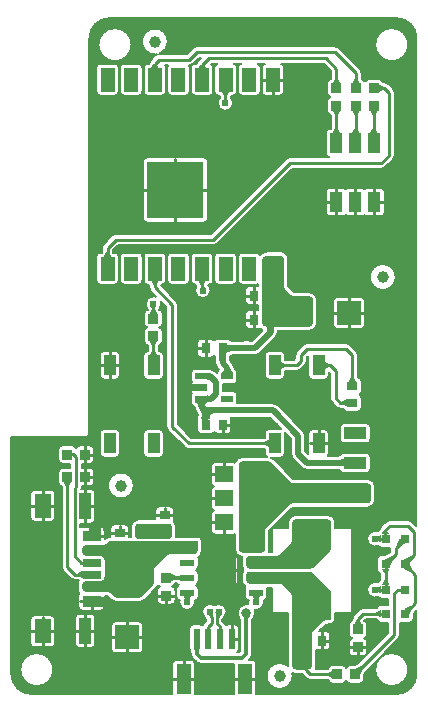
<source format=gtl>
G04 Layer: TopLayer*
G04 EasyEDA Pro v2.1.64.d1969c9c.217bcf, 2024-11-09 23:40:01*
G04 Gerber Generator version 0.3*
G04 Scale: 100 percent, Rotated: No, Reflected: No*
G04 Dimensions in millimeters*
G04 Leading zeros omitted, absolute positions, 3 integers and 5 decimals*
%FSLAX35Y35*%
%MOMM*%
%ADD8191C,0.2032*%
%ADD10C,0.254*%
%ADD11R,0.80648X0.86401*%
%ADD12R,1.0X0.6*%
%ADD13R,1.9X1.0*%
%ADD14R,1.2X0.6*%
%ADD15R,2.0X2.0*%
%ADD16R,0.86401X0.80648*%
%ADD17R,0.9X0.8*%
%ADD18R,0.8631X0.80648*%
%ADD19R,0.86401X0.80648*%
%ADD20R,0.8X0.9*%
%ADD21R,0.8001X0.8001*%
%ADD22R,3.19999X2.4*%
%ADD23C,1.0*%
%ADD24R,1.2X2.49999*%
%ADD25R,0.5X1.7*%
%ADD26R,1.2X2.0*%
%ADD27R,1.2X2.0*%
%ADD28R,4.79999X4.79999*%
%ADD29R,2.0X2.0*%
%ADD30R,0.8X0.9*%
%ADD31R,1.0X1.7*%
%ADD32R,1.0X1.7*%
%ADD33R,0.9X0.8*%
%ADD34R,1.1X1.7*%
%ADD35R,2.0X2.0*%
%ADD36R,1.5X1.3589*%
%ADD37R,1.5X0.9*%
%ADD38R,1.5X0.8*%
%ADD39R,1.5X0.7*%
%ADD40R,1.0X2.2*%
%ADD41R,1.4X2.0*%
%ADD42C,0.61*%
%ADD43C,0.8*%
%ADD44C,0.6096*%
%ADD45C,0.5*%
%ADD46C,0.2554*%
%ADD47C,0.3*%
G75*


G04 Copper Start*
G36*
G01X666788Y-5519564D02*
G03X666940Y-5522860I35814J0D01*
G01X338275D01*
G03X338427Y-5519564I-35662J3297D01*
G01Y-5269564D01*
G03X302613Y-5233750I-35814J0D01*
G01X182613D01*
G03X146799Y-5269564I0J-35814D01*
G01Y-5519564D01*
G03X146951Y-5522860I35814J0D01*
G01X-1049998D01*
G02X-1214184Y-5358674I0J164186D01*
G01Y-5358660D01*
G01X-1214945Y-3348923D01*
G01X-590372D01*
G03X-554558Y-3313109I0J35814D01*
G01Y-287262D01*
G01Y25117D01*
G03X-553784Y32526I-35039J7409D01*
G02X-389598Y196712I164186J0D01*
G01X2050002D01*
G02X2214188Y32526I0J-164186D01*
G01Y-4105861D01*
G01X2174482Y-4066155D01*
G03X2140128Y-4051925I-34354J-34354D01*
G01X1987728D01*
G03X1953373Y-4066155I0J-48584D01*
G01X1915273Y-4104255D01*
G03X1901101Y-4136256I34354J-34354D01*
G03X1885554Y-4148099I13107J-33330D01*
G03X1860728Y-4143276I-24827J-61491D01*
G03X1794413Y-4209590I0J-66314D01*
G03X1860728Y-4275904I66314J0D01*
G03X1885554Y-4271082I0J66314D01*
G03X1914207Y-4285409I28653J21486D01*
G01X1989944D01*
G01Y-4321051D01*
G01X1977923Y-4333072D01*
G02X1946225Y-4349671I-42399J42399D01*
G01X1914207D01*
G03X1878393Y-4385485I0J-35814D01*
G01Y-4465495D01*
G03X1905052Y-4500119I35814J0D01*
G02X1905628Y-4503805I-11497J-3686D01*
G01Y-4563075D01*
G02X1905052Y-4566761I-12073J0D01*
G03X1885554Y-4579899I9155J-34624D01*
G03X1860728Y-4575076I-24827J-61491D01*
G03X1794413Y-4641390I0J-66314D01*
G03X1860728Y-4707704I66314J0D01*
G03X1885554Y-4702882I0J66314D01*
G03X1914207Y-4717209I28653J21486D01*
G01X1977244D01*
G01Y-4768771D01*
G01X1914207D01*
G03X1879583Y-4795430I0J-35814D01*
G02X1875897Y-4796006I-3686J11497D01*
G01X1764346D01*
G03X1729992Y-4810236I0J-48584D01*
G01X1686673Y-4853555D01*
G03X1672444Y-4887909I34354J-34354D01*
G01Y-4899039D01*
G02X1672075Y-4902000I-12073J0D01*
G03X1642013Y-4937349I5752J-35349D01*
G01Y-5017996D01*
G03X1670293Y-5053009I35814J0D01*
G03X1642013Y-5088021I7534J-35013D01*
G01Y-5168669D01*
G03X1677827Y-5204483I35814J0D01*
G01X1764228D01*
G03X1800042Y-5168669I0J35814D01*
G01Y-5088021D01*
G03X1771762Y-5053009I-35814J0D01*
G03X1800042Y-5017996I-7534J35013D01*
G01Y-4937349D01*
G03X1774581Y-4903064I-35814J0D01*
G01X1784470Y-4893174D01*
G01X1875897D01*
G02X1879583Y-4893751I0J-12073D01*
G03X1914207Y-4920409I34624J9155D01*
G01X1977244D01*
G01Y-5006621D01*
G01X1721670Y-5262195D01*
G02X1689972Y-5278794I-42399J42399D01*
G01X1654440D01*
G03X1619428Y-5307075I0J-35814D01*
G03X1584415Y-5278794I-35013J-7534D01*
G01X1503767D01*
G03X1468418Y-5308856I0J-35814D01*
G02X1465457Y-5309225I-2961J11705D01*
G01X1360937D01*
G03X1364691Y-5287315I-62060J21910D01*
G01Y-5152462D01*
G03X1370805Y-5152988I6114J35288D01*
G01X1450805D01*
G03X1486619Y-5117174I0J35814D01*
G01Y-5027174D01*
G03X1450805Y-4991360I-35814J0D01*
G01X1391923D01*
G01X1446861Y-4936423D01*
G01X1462428D01*
G03X1488364Y-4931097I0J65814D01*
G03X1523916Y-4895284I-262J35813D01*
G01Y-4894075D01*
G03X1528242Y-4870609I-61488J23466D01*
G01Y-4835464D01*
G01X1656107D01*
G03X1666293Y-4825279I0J10185D01*
G01Y-4125279D01*
G03X1656107Y-4115093I-10185J0D01*
G01X1528242D01*
G01Y-4074457D01*
G03X1523521Y-4049981I-65814J0D01*
G03X1503247Y-4022831I-35419J-5304D01*
G03X1462428Y-4008643I-40820J-51626D01*
G01X1192227D01*
G03X1148319Y-4025431I0J-65814D01*
G03X1134552Y-4042755I19783J-29854D01*
G03X1126414Y-4074457I57676J-31702D01*
G01Y-4115093D01*
G01X998107D01*
G03X994388Y-4115797I0J-10185D01*
G01X1164362Y-3945823D01*
G01X1800629D01*
G03X1866443Y-3880009I0J65814D01*
G01Y-3768821D01*
G03X1800629Y-3703007I-65814J0D01*
G01X1170975D01*
G01X1005839Y-3537871D01*
G03X981963Y-3522619I-46537J-46538D01*
G01X1065309D01*
G03X1101123Y-3486805I0J35814D01*
G01Y-3316806D01*
G03X1100842Y-3312327I-35814J0D01*
G01X1152214Y-3363699D01*
G01Y-3490909D01*
G03X1170026Y-3533911I60814J0D01*
G01X1246238Y-3610123D01*
G03X1289240Y-3627935I43002J43002D01*
G01X1525628D01*
G02X1567079Y-3629656I0J-500155D01*
G03X1600628Y-3652935I33549J12535D01*
G01X1790627D01*
G03X1826441Y-3617121I0J35814D01*
G01Y-3517121D01*
G03X1790627Y-3481307I-35814J0D01*
G01X1600628D01*
G03X1567079Y-3504587I0J-35814D01*
G02X1525628Y-3506307I-41451J498434D01*
G01X1465387D01*
G03X1471163Y-3486805I-30038J19502D01*
G01Y-3316806D01*
G03X1435349Y-3280992I-35814J0D01*
G01X1335349D01*
G03X1299535Y-3316806I0J-35814D01*
G01Y-3486805D01*
G03X1299879Y-3491756I35814J0D01*
G01X1273841Y-3465719D01*
G01Y-3338509D01*
G03X1256030Y-3295507I-60814J0D01*
G01X1040130Y-3079607D01*
G03X997128Y-3061795I-43002J-43002D01*
G01X697978D01*
G03X698528Y-3055541I-35264J6253D01*
G01Y-2995541D01*
G03X662714Y-2959727I-35814J0D01*
G01X575341D01*
G01Y-2901338D01*
G01X662714D01*
G03X698528Y-2865524I0J35814D01*
G01Y-2805524D01*
G03X679742Y-2774017I-35814J0D01*
G02X673528Y-2763595I5633J10422D01*
G03X655716Y-2720593I-60814J0D01*
G01X633711Y-2698588D01*
G02X635691Y-2668054I499863J-17086D01*
G03X643714Y-2658418I-23086J27380D01*
G02X687604Y-2656488I43890J-498226D01*
G01X765758D01*
G03X774700Y-2657094I8942J65688D01*
G03X783642Y-2656488I0J66294D01*
G01X846026D01*
G03X889028Y-2638676I0J60814D01*
G01X1022007Y-2505697D01*
G03X1039819Y-2462695I-43002J43002D01*
G02X1040096Y-2448814I346990J0D01*
G01X1309296D01*
G03X1375110Y-2383000I0J65814D01*
G01Y-2187214D01*
G03X1309296Y-2121400I-65814J0D01*
G01X1177238D01*
G01X1128014Y-2072177D01*
G01Y-1828800D01*
G03X1117524Y-1803476I-35814J0D01*
G01X1101569Y-1787521D01*
G03X1076245Y-1777031I-25324J-25324D01*
G01X947313D01*
G03X900775Y-1796307I0J-65814D01*
G01Y-1796308D01*
G01X891690Y-1805393D01*
G01X891163Y-1805926D01*
G03X859401Y-1786659I-31762J-16547D01*
G01X739401D01*
G03X703587Y-1822473I0J-35814D01*
G01Y-2022472D01*
G03X739401Y-2058286I35814J0D01*
G01X859401D01*
G03X872414Y-2055839I0J35814D01*
G01Y-2070360D01*
G01X799000D01*
G03X763186Y-2106174I0J-35814D01*
G01Y-2196174D01*
G03X799000Y-2231988I35814J0D01*
G01X872414D01*
G01Y-2273560D01*
G01X799000D01*
G03X763186Y-2309374I0J-35814D01*
G01Y-2399374D01*
G03X799000Y-2435188I35814J0D01*
G01X879000D01*
G03X894115Y-2431842I0J35814D01*
G03X912233Y-2443463I44113J48842D01*
G01X820836Y-2534860D01*
G01X810276D01*
G03X774700Y-2524506I-35576J-55940D01*
G03X739124Y-2534860I0J-66294D01*
G01X687604D01*
G02X643714Y-2532931I0J500155D01*
G03X612605Y-2514860I-31110J-17744D01*
G01X532605D01*
G03X502602Y-2531117I0J-35814D01*
G03X472600Y-2514860I-30002J-19557D01*
G01X392600D01*
G03X356786Y-2550674I0J-35814D01*
G01Y-2640674D01*
G03X392600Y-2676488I35814J0D01*
G01X472600D01*
G03X502602Y-2660232I0J35814D01*
G03X509519Y-2668054I30002J19557D01*
G02X511791Y-2715674I-497883J-47620D01*
G01Y-2723486D01*
G03X529603Y-2766488I60814J0D01*
G01X540526Y-2777411D01*
G03X526900Y-2805524I22188J-28113D01*
G01Y-2807677D01*
G01X511770Y-2792547D01*
G03X468768Y-2774735I-43002J-43002D01*
G02X455949Y-2772277I0J34647D01*
G03X442699Y-2769735I-13251J-33273D01*
G01X342699D01*
G03X306885Y-2805549I0J-35814D01*
G01Y-2865549D01*
G03X311444Y-2883035I35814J0D01*
G03X306885Y-2900520I31255J-17485D01*
G01Y-2960520D01*
G03X311451Y-2978018I35814J0D01*
G03X306885Y-2995516I31248J-17498D01*
G01Y-3055516D01*
G03X331864Y-3089652I35814J0D01*
G01X331885Y-3089680D01*
G03X349193Y-3132172I60814J0D01*
G01X351166Y-3134279D01*
G01X352539Y-3135951D01*
G01X353829Y-3137741D01*
G01X355047Y-3139667D01*
G01X356200Y-3141749D01*
G01X357227Y-3143868D01*
G01X358641Y-3147292D01*
G01X359871Y-3150888D01*
G01X360939Y-3154701D01*
G01X362117Y-3160047D01*
G01X362448Y-3162124D01*
G02X357597Y-3190794I-316184J38750D01*
G03X356786Y-3198374I35003J-7580D01*
G01Y-3288374D01*
G03X392600Y-3324188I35814J0D01*
G01X472600D01*
G03X502602Y-3307932I0J35814D01*
G03X532605Y-3324188I30002J19557D01*
G01X612605D01*
G03X648419Y-3288374I0J35814D01*
G01Y-3198374D01*
G03X645148Y-3183423I-35814J0D01*
G01X971938D01*
G01X1069788Y-3281273D01*
G03X1065309Y-3280992I-4479J-35533D01*
G01X965309D01*
G03X929495Y-3316806I0J-35814D01*
G01Y-3353068D01*
G01X927209Y-3353291D01*
G01X305820D01*
G01X194742Y-3242214D01*
G01Y-2229028D01*
G03X180532Y-2194723I-48514J0D01*
G01X47917Y-2062108D01*
G01Y-2060572D01*
G01X48140Y-2058286D01*
G01X59403D01*
G03X95217Y-2022472I0J35814D01*
G01Y-1822473D01*
G03X59403Y-1786659I-35814J0D01*
G01X-60597D01*
G03X-96411Y-1822473I0J-35814D01*
G01Y-2022472D01*
G03X-60597Y-2058286I35814J0D01*
G01X-49334D01*
G01X-49111Y-2060572D01*
G01Y-2082203D01*
G03X-34902Y-2116507I48514J0D01*
G01X8166Y-2159576D01*
G03X-12700Y-2156206I-20866J-62924D01*
G03X-78994Y-2222500I0J-66294D01*
G03X-62936Y-2265758I66294J0D01*
G01X-61260Y-2267805D01*
G01X-61534Y-2269490D01*
G03X-91714Y-2304858I5634J-35368D01*
G01Y-2385506D01*
G03X-63434Y-2420518I35814J0D01*
G03X-91714Y-2455531I7534J-35013D01*
G01Y-2536179D01*
G03X-61534Y-2571547I35814J0D01*
G02X-61214Y-2574279I-11491J-2732D01*
G01Y-2618712D01*
G01X-61437Y-2620998D01*
G01X-61654D01*
G03X-97468Y-2656812I0J-35814D01*
G01Y-2826812D01*
G03X-61654Y-2862626I35814J0D01*
G01X38346D01*
G03X74160Y-2826812I0J35814D01*
G01Y-2656812D01*
G03X38346Y-2620998I-35814J0D01*
G01X36037D01*
G01X35814Y-2618712D01*
G01Y-2574279D01*
G02X36134Y-2571547I11811J0D01*
G03X66314Y-2536179I-5634J35368D01*
G01Y-2455531D01*
G03X38034Y-2420518I-35814J0D01*
G03X66314Y-2385506I-7534J35013D01*
G01Y-2304858D01*
G03X36134Y-2269490I-35814J0D01*
G01X35860Y-2267805D01*
G01X37536Y-2265758D01*
G03X53594Y-2222500I-50236J43258D01*
G03X50224Y-2201634I-66294J0D01*
G01X97714Y-2249123D01*
G01Y-3262309D01*
G03X111923Y-3296613I48514J0D01*
G01X251420Y-3436110D01*
G03X285724Y-3450319I34305J34305D01*
G01X927209D01*
G01X929495Y-3450543D01*
G01Y-3486805D01*
G03X948814Y-3518595I35814J0D01*
G01X740938D01*
G03X677951Y-3565325I0J-65814D01*
G03X660812Y-3560958I-17139J-31447D01*
G01X510813D01*
G03X474999Y-3596772I0J-35814D01*
G01Y-3732662D01*
G03X498566Y-3766317I35814J0D01*
G03X474999Y-3799972I12247J-33655D01*
G01Y-3935862D01*
G03X498566Y-3969517I35814J0D01*
G03X474999Y-4003172I12247J-33655D01*
G01Y-4139062D01*
G03X510813Y-4174876I35814J0D01*
G01X660812D01*
G03X675124Y-4171892I0J35814D01*
G01Y-4299109D01*
G03X738290Y-4364869I65814J0D01*
G03X735292Y-4384509I62815J-19639D01*
G01Y-4432587D01*
G03X751023Y-4475286I65814J0D01*
G03X735292Y-4517984I50083J-42699D01*
G01Y-4559783D01*
G03X767019Y-4616082I65814J0D01*
G03X761118Y-4635774I29914J-19693D01*
G01Y-4695774D01*
G03X793279Y-4731401I35814J0D01*
G03X791113Y-4748209I64149J-16807D01*
G03X793330Y-4765211I66314J0D01*
G03X774700Y-4762886I-18630J-73489D01*
G03X698886Y-4838700I0J-75814D01*
G03X717610Y-4888585I75814J0D01*
G01X723417Y-4895396D01*
G01X723886Y-4896033D01*
G01Y-5160552D01*
G01X715552Y-5168886D01*
G01X698187D01*
G03X713408Y-5139585I-20593J29301D01*
G01Y-4969585D01*
G03X677594Y-4933771I-35814J0D01*
G01X627594D01*
G03X602594Y-4943940I0J-35814D01*
G03X598177Y-4940276I-25000J-25645D01*
G03X586899Y-4922580I-45582J-16609D01*
G01X571429Y-4907110D01*
G01Y-4895304D01*
G01X574999Y-4891733D01*
G03X585642Y-4875686I-34305J34305D01*
G03X607009Y-4826928I-44948J48757D01*
G03X540695Y-4760614I-66314J0D01*
G03X502595Y-4772652I0J-66314D01*
G03X464495Y-4760614I-38100J-54276D01*
G03X398181Y-4826928I0J-66314D01*
G03X419547Y-4875686I66314J0D01*
G03X430190Y-4891733I44948J18257D01*
G01X433761Y-4895304D01*
G01Y-4907110D01*
G01X418290Y-4922580D01*
G03X407012Y-4940276I34305J-34305D01*
G03X402595Y-4943940I20582J-29309D01*
G03X377595Y-4933771I-25000J-25645D01*
G01X327595D01*
G03X291781Y-4969585I0J-35814D01*
G01Y-5139585D01*
G03X301126Y-5163710I35814J0D01*
G02X301781Y-5181600I-244074J-17890D01*
G03X316664Y-5217531I50814J0D01*
G01X354764Y-5255631D01*
G03X390695Y-5270514I35931J35931D01*
G01X666788D01*
G01Y-5519564D01*
G37*
%LPC*%
G36*
G01X-496410Y-2022472D02*
G03X-460596Y-2058286I35814J0D01*
G01X-340596D01*
G03X-304782Y-2022472I0J35814D01*
G01Y-1822473D01*
G03X-340596Y-1786659I-35814J0D01*
G01X-351859D01*
G01X-352082Y-1784373D01*
G01Y-1766892D01*
G01X-310105Y-1724914D01*
G01X495300D01*
G03X529605Y-1710705I0J48514D01*
G01X1163095Y-1077214D01*
G01X1917700D01*
G03X1952005Y-1063005I0J48514D01*
G01X2015505Y-999505D01*
G03X2029714Y-965200I-34305J34305D01*
G01Y-431800D01*
G03X2015505Y-397495I-48514J0D01*
G01X1978268Y-360259D01*
G03X1943964Y-346050I-34305J-34305D01*
G01X1935500D01*
G02X1932148Y-345564I0J11811D01*
G03X1897400Y-318426I-34747J-8676D01*
G01X1811000D01*
G03X1778000Y-340324I0J-35814D01*
G03X1750634Y-318872I-33000J-13916D01*
G02X1750314Y-316140I11491J2732D01*
G01Y-266700D01*
G03X1736105Y-232395I-48514J0D01*
G01X1558305Y-54595D01*
G03X1524000Y-40386I-34305J-34305D01*
G01X355600D01*
G03X321295Y-54595I0J-48514D01*
G01X272005Y-103886D01*
G01X38100D01*
G01X36662Y-103907D01*
G03X110185Y0I-36662J103907D01*
G03X0Y110185I-110185J0D01*
G03X-110185Y0I0J-110185D01*
G03X0Y-110185I110185J0D01*
G03X16549Y-108936I0J110185D01*
G03X3795Y-118095I21551J-43464D01*
G01X-34902Y-156793D01*
G03X-48908Y-186662I34305J-34305D01*
G01X-60597D01*
G03X-96411Y-222476I0J-35814D01*
G01Y-422476D01*
G03X-60597Y-458290I35814J0D01*
G01X59403D01*
G03X95217Y-422476I0J35814D01*
G01Y-222476D01*
G03X87999Y-200914I-35814J0D01*
G01X110807D01*
G03X103589Y-222476I28596J-21562D01*
G01Y-422476D01*
G03X139403Y-458290I35814J0D01*
G01X259402D01*
G03X295216Y-422476I0J35814D01*
G01Y-222476D01*
G03X287998Y-200914I-35814J0D01*
G01X292100D01*
G03X326405Y-186705I0J48514D01*
G01X375695Y-137414D01*
G01X390877D01*
G01X365097Y-163193D01*
G03X352114Y-186662I34305J-34305D01*
G01X339402D01*
G03X303588Y-222476I0J-35814D01*
G01Y-422476D01*
G03X339402Y-458290I35814J0D01*
G01X459402D01*
G03X495216Y-422476I0J35814D01*
G01Y-222476D01*
G03X475183Y-190326I-35814J0D01*
G01X477295Y-188214D01*
G01X528973D01*
G03X503588Y-222476I10429J-34262D01*
G01Y-422476D01*
G03X539402Y-458290I35814J0D01*
G01X548163D01*
G01X548386Y-460576D01*
G01Y-475308D01*
G01X546652Y-477425D01*
G03X530586Y-520700I50248J-43275D01*
G03X596900Y-587014I66314J0D01*
G03X663214Y-520700I0J66314D01*
G03X647148Y-477425I-66314J0D01*
G01X645414Y-475308D01*
G01Y-460576D01*
G01X645637Y-458290D01*
G01X659402D01*
G03X695216Y-422476I0J35814D01*
G01Y-222476D01*
G03X669830Y-188214I-35814J0D01*
G01X728973D01*
G03X703587Y-222476I10429J-34262D01*
G01Y-422476D01*
G03X739401Y-458290I35814J0D01*
G01X859401D01*
G03X895215Y-422476I0J35814D01*
G01Y-222476D01*
G03X869830Y-188214I-35814J0D01*
G01X928972D01*
G03X903587Y-222476I10429J-34262D01*
G01Y-422476D01*
G03X939401Y-458290I35814J0D01*
G01X1059401D01*
G03X1095215Y-422476I0J35814D01*
G01Y-222476D01*
G03X1069829Y-188214I-35814J0D01*
G01X1427705D01*
G01X1488186Y-248695D01*
G01Y-316140D01*
G02X1487866Y-318872I-11811J0D01*
G03X1457686Y-354240I5634J-35368D01*
G01Y-434887D01*
G03X1485966Y-469900I35814J0D01*
G03X1457686Y-504913I7534J-35013D01*
G01Y-585560D01*
G03X1487561Y-620878I35814J0D01*
G02X1487894Y-623660I-11479J-2782D01*
G01Y-659244D01*
G01Y-736675D01*
G01X1487670Y-738961D01*
G01X1481408D01*
G03X1445594Y-774775I0J-35814D01*
G01Y-944775D01*
G03X1476053Y-980186I35814J0D01*
G01X1143000D01*
G03X1108695Y-994395I0J-48514D01*
G01X475205Y-1627886D01*
G01X-330200D01*
G03X-364505Y-1642095I0J-48514D01*
G01X-434901Y-1712492D01*
G03X-449110Y-1746796I34305J-34305D01*
G01Y-1784373D01*
G01X-449334Y-1786659D01*
G01X-460596D01*
G03X-496410Y-1822473I0J-35814D01*
G01Y-2022472D01*
G37*
G36*
G01X-647453Y-4782580D02*
G03X-611639Y-4818394I35814J0D01*
G01X-461639D01*
G03X-425825Y-4782580I0J35814D01*
G01Y-4695123D01*
G01X-402007D01*
G01X-370484Y-4726646D01*
G03X-323946Y-4745923I46538J46538D01*
G01X-132899D01*
G03X-86361Y-4726646I0J65814D01*
G01X10365Y-4629920D01*
G03X26362Y-4603898I-46537J46538D01*
G03X45468Y-4614974I26640J23937D01*
G03X17188Y-4649987I7534J-35013D01*
G01Y-4730634D01*
G03X53002Y-4766448I35814J0D01*
G01X139403D01*
G03X175217Y-4730634I0J35814D01*
G01Y-4649987D01*
G03X146936Y-4614974I-35814J0D01*
G03X174340Y-4587839I-7534J35013D01*
G02X177575Y-4587359I3373J-11593D01*
G02X184735Y-4587485I-612J-237958D01*
G03X202608Y-4602274I30538J18711D01*
G03X179458Y-4635774I12664J-33500D01*
G01Y-4695774D01*
G03X209168Y-4731064I35814J0D01*
G03X206913Y-4748209I64060J-17145D01*
G03X273228Y-4814523I66314J0D01*
G03X339542Y-4748209I0J66314D01*
G03X337408Y-4731524I-66314J0D01*
G03X371086Y-4695774I-2136J35750D01*
G01Y-4635774D01*
G03X347937Y-4602274I-35814J0D01*
G03X371086Y-4568774I-12664J33500D01*
G01Y-4508774D01*
G03X347937Y-4475274I-35814J0D01*
G03X371086Y-4441774I-12664J33500D01*
G01Y-4381774D01*
G03X367725Y-4366626I-35814J0D01*
G03X396913Y-4311944I-36626J54681D01*
G01Y-4227509D01*
G03X361099Y-4191695I-35814J0D01*
G01X180417D01*
G03X181211Y-4181499I-65019J10196D01*
G01Y-4110799D01*
G03X161977Y-4064303I-65814J0D01*
G03X164316Y-4051572I-33475J12731D01*
G01Y-3971572D01*
G03X128502Y-3935758I-35814J0D01*
G01X38502D01*
G03X2688Y-3971572I0J-35814D01*
G01Y-4044985D01*
G01X-137963D01*
G03X-203777Y-4110799I0J-65814D01*
G01Y-4181499D01*
G03X-202982Y-4191695I65814J0D01*
G01X-216684D01*
G01Y-4123972D01*
G03X-252498Y-4088158I-35814J0D01*
G01X-342498D01*
G03X-378312Y-4123972I0J-35814D01*
G01Y-4191791D01*
G03X-421283Y-4210971I3565J-65717D01*
G01X-421284D01*
G01X-425825Y-4215512D01*
G01Y-4142569D01*
G03X-461639Y-4106755I-35814J0D01*
G01X-611639D01*
G03X-630758Y-4112285I0J-35814D01*
G01Y-4081465D01*
G01X-539903D01*
G03X-504089Y-4045651I0J35814D01*
G01Y-3825651D01*
G03X-539903Y-3789837I-35814J0D01*
G01X-622163D01*
G03X-618058Y-3770309I-44410J19529D01*
G01Y-3766889D01*
G01X-550138D01*
G03X-514324Y-3731075I0J35814D01*
G01Y-3644674D01*
G03X-550138Y-3608860I-35814J0D01*
G01X-618058D01*
G01Y-3576389D01*
G01X-550138D01*
G03X-514324Y-3540575I0J35814D01*
G01Y-3454174D01*
G03X-550138Y-3418360I-35814J0D01*
G01X-630785D01*
G03X-665798Y-3446640I0J-35814D01*
G03X-700810Y-3418360I-35013J-7534D01*
G01X-781458D01*
G03X-817272Y-3454174I0J-35814D01*
G01Y-3540575D01*
G03X-781458Y-3576389I35814J0D01*
G01X-715086D01*
G01Y-3608860D01*
G01X-781458D01*
G03X-817272Y-3644674I0J-35814D01*
G01Y-3731075D01*
G03X-790134Y-3765822I35814J0D01*
G02X-789648Y-3769175I-11325J-3353D01*
G01Y-4445047D01*
G03X-775439Y-4479352I48514J0D01*
G01X-707899Y-4546891D01*
G03X-673594Y-4561101I34305J34305D01*
G01X-649739D01*
G02X-645181Y-4562016I0J-11811D01*
G03X-647453Y-4574568I33542J-12552D01*
G01Y-4577452D01*
G03X-651586Y-4600409I61680J-22957D01*
G01Y-4629309D01*
G03X-647453Y-4652266I65814J0D01*
G01Y-4654568D01*
G03X-641993Y-4673574I35814J0D01*
G03X-647453Y-4692580I30355J-19006D01*
G01Y-4782580D01*
G37*
G36*
G01X1591345Y-3108403D02*
G03X1626002Y-3135191I34658J9027D01*
G01X1716002D01*
G03X1751816Y-3099377I0J35814D01*
G01Y-3019377D01*
G03X1735560Y-2989374I-35814J0D01*
G03X1751816Y-2959372I-19557J30002D01*
G01Y-2879372D01*
G03X1719781Y-2843758I-35814J0D01*
G01X1719516Y-2841272D01*
G01Y-2653483D01*
G03X1705307Y-2619179I-48514J0D01*
G01X1653732Y-2567604D01*
G03X1619428Y-2553395I-34305J-34305D01*
G01X1289228D01*
G03X1254923Y-2567604I0J-48514D01*
G01X1204123Y-2618404D01*
G03X1189914Y-2652709I34305J-34305D01*
G01Y-2683414D01*
G01X1180029Y-2693298D01*
G01X1103406D01*
G01X1101120Y-2693075D01*
G01Y-2656812D01*
G03X1065306Y-2620998I-35814J0D01*
G01X965306D01*
G03X929492Y-2656812I0J-35814D01*
G01Y-2826812D01*
G03X965306Y-2862626I35814J0D01*
G01X1065306D01*
G03X1101120Y-2826812I0J35814D01*
G01Y-2790549D01*
G01X1103406Y-2790326D01*
G01X1200124D01*
G03X1234429Y-2776116I0J48514D01*
G01X1272732Y-2737813D01*
G03X1286942Y-2703509I-34305J34305D01*
G01Y-2672804D01*
G01X1299532Y-2660213D01*
G01Y-2826812D01*
G03X1335346Y-2862626I35814J0D01*
G01X1435346D01*
G03X1471160Y-2826812I0J35814D01*
G01Y-2801650D01*
G01X1482014Y-2812504D01*
G01Y-3021009D01*
G03X1496223Y-3055313I48514J0D01*
G01X1534591Y-3093681D01*
G03X1568896Y-3107891I34305J34305D01*
G01X1587902D01*
G02X1591345Y-3108403I0J-11811D01*
G37*
G36*
G01X414401Y-1533296D02*
G03X450215Y-1497482I0J35814D01*
G01Y-1017483D01*
G03X414401Y-981669I-35814J0D01*
G01X-65598D01*
G03X-101412Y-1017483I0J-35814D01*
G01Y-1497482D01*
G03X-65598Y-1533296I35814J0D01*
G01X414401D01*
G37*
G36*
G01X1776412Y-1470433D02*
G03X1801397Y-1480588I24985J25659D01*
G01X1911397D01*
G03X1947211Y-1444774I0J35814D01*
G01Y-1274774D01*
G03X1911397Y-1238960I-35814J0D01*
G01X1801397D01*
G03X1776412Y-1249114I0J-35814D01*
G03X1751428Y-1238960I-24985J-25659D01*
G01X1641428D01*
G03X1616418Y-1249139I0J-35814D01*
G03X1591408Y-1238960I-25010J-25635D01*
G01X1481408D01*
G03X1445594Y-1274774I0J-35814D01*
G01Y-1444774D01*
G03X1481408Y-1480588I35814J0D01*
G01X1591408D01*
G03X1616418Y-1470408I0J35814D01*
G03X1641428Y-1480588I25010J25635D01*
G01X1751428D01*
G03X1776412Y-1470433I0J35814D01*
G37*
G36*
G01X-999998Y-5458288D02*
G03X-859184Y-5317474I0J140814D01*
G03X-999998Y-5176660I-140814J0D01*
G03X-1140812Y-5317474I0J-140814D01*
G03X-999998Y-5458288I140814J0D01*
G37*
G36*
G01X2005202Y-167088D02*
G03X2146016Y-26274I0J140814D01*
G03X2005202Y114540I-140814J0D01*
G03X1864388Y-26274I0J-140814D01*
G03X2005202Y-167088I140814J0D01*
G37*
G36*
G01X-338098Y-167088D02*
G03X-197284Y-26274I0J140814D01*
G03X-338098Y114540I-140814J0D01*
G03X-478912Y-26274I0J-140814D01*
G03X-338098Y-167088I140814J0D01*
G37*
G36*
G01X340086Y-2108200D02*
G03X406400Y-2174514I66314J0D01*
G03X472714Y-2108200I0J66314D01*
G03X456136Y-2064337I-66314J0D01*
G03X453488Y-2061506I-49736J-43863D01*
G01X452013Y-2060058D01*
G01X450418Y-2058580D01*
G01X450098Y-2058286D01*
G01X459402D01*
G03X495216Y-2022472I0J35814D01*
G01Y-1822473D01*
G03X459402Y-1786659I-35814J0D01*
G01X339402D01*
G03X303588Y-1822473I0J-35814D01*
G01Y-2022472D01*
G03X339402Y-2058286I35814J0D01*
G01X350665D01*
G01X350888Y-2060572D01*
G01Y-2066676D01*
G01Y-2071924D01*
G03X340086Y-2108200I55512J-36276D01*
G37*
G36*
G01X1506576Y-2398700D02*
G03X1542390Y-2434514I35814J0D01*
G01X1742389D01*
G03X1778203Y-2398700I0J35814D01*
G01Y-2198700D01*
G03X1742389Y-2162886I-35814J0D01*
G01X1542390D01*
G03X1506576Y-2198700I0J-35814D01*
G01Y-2398700D01*
G37*
G36*
G01X430288Y-4575274D02*
G03X466102Y-4611088I35814J0D01*
G01X666102D01*
G03X701916Y-4575274I0J35814D01*
G01Y-4375274D01*
G03X666102Y-4339460I-35814J0D01*
G01X466102D01*
G03X430288Y-4375274I0J-35814D01*
G01Y-4575274D01*
G37*
G36*
G01X-134773Y-5180212D02*
G03X-98959Y-5144398I0J35814D01*
G01Y-4944398D01*
G03X-134773Y-4908584I-35814J0D01*
G01X-334772D01*
G03X-370586Y-4944398I0J-35814D01*
G01Y-5144398D01*
G03X-334772Y-5180212I35814J0D01*
G01X-134773D01*
G37*
G36*
G01X-879897Y-4066385D02*
G03X-844083Y-4030571I0J35814D01*
G01Y-3830571D01*
G03X-879897Y-3794757I-35814J0D01*
G01X-1019897D01*
G03X-1055711Y-3830571I0J-35814D01*
G01Y-4030571D01*
G03X-1019897Y-4066385I35814J0D01*
G01X-879897D01*
G37*
G36*
G01X-879897Y-5130391D02*
G03X-844083Y-5094577I0J35814D01*
G01Y-4894577D01*
G03X-879897Y-4858763I-35814J0D01*
G01X-1019897D01*
G03X-1055711Y-4894577I0J-35814D01*
G01Y-5094577D01*
G03X-1019897Y-5130391I35814J0D01*
G01X-879897D01*
G37*
G36*
G01X-140597Y-2058286D02*
G03X-104783Y-2022472I0J35814D01*
G01Y-1822473D01*
G03X-140597Y-1786659I-35814J0D01*
G01X-260597D01*
G03X-296411Y-1822473I0J-35814D01*
G01Y-2022472D01*
G03X-260597Y-2058286I35814J0D01*
G01X-140597D01*
G37*
G36*
G01X503588Y-2022472D02*
G03X539402Y-2058286I35814J0D01*
G01X659402D01*
G03X695216Y-2022472I0J35814D01*
G01Y-1822473D01*
G03X659402Y-1786659I-35814J0D01*
G01X539402D01*
G03X503588Y-1822473I0J-35814D01*
G01Y-2022472D01*
G37*
G36*
G01X259402Y-2058286D02*
G03X295216Y-2022472I0J35814D01*
G01Y-1822473D01*
G03X259402Y-1786659I-35814J0D01*
G01X139403D01*
G03X103589Y-1822473I0J-35814D01*
G01Y-2022472D01*
G03X139403Y-2058286I35814J0D01*
G01X259402D01*
G37*
G36*
G01X-140597Y-458290D02*
G03X-104783Y-422476I0J35814D01*
G01Y-222476D01*
G03X-140597Y-186662I-35814J0D01*
G01X-260597D01*
G03X-296411Y-222476I0J-35814D01*
G01Y-422476D01*
G03X-260597Y-458290I35814J0D01*
G01X-140597D01*
G37*
G36*
G01X-496410Y-422476D02*
G03X-460596Y-458290I35814J0D01*
G01X-340596D01*
G03X-304782Y-422476I0J35814D01*
G01Y-222476D01*
G03X-340596Y-186662I-35814J0D01*
G01X-460596D01*
G03X-496410Y-222476I0J-35814D01*
G01Y-422476D01*
G37*
G36*
G01X-675716Y-5099497D02*
G03X-639902Y-5135311I35814J0D01*
G01X-539903D01*
G03X-504089Y-5099497I0J35814D01*
G01Y-4879497D01*
G03X-539903Y-4843683I-35814J0D01*
G01X-639902D01*
G03X-675716Y-4879497I0J-35814D01*
G01Y-5099497D01*
G37*
G36*
G01X-288020Y-3869385D02*
G03X-177835Y-3759200I0J110185D01*
G03X-288020Y-3649015I-110185J0D01*
G03X-398205Y-3759200I0J-110185D01*
G03X-288020Y-3869385I110185J0D01*
G37*
G36*
G01X1929650Y-2104085D02*
G03X2039835Y-1993900I0J110185D01*
G03X1929650Y-1883715I-110185J0D01*
G03X1819464Y-1993900I0J-110185D01*
G03X1929650Y-2104085I110185J0D01*
G37*
G36*
G01X1790627Y-3402923D02*
G03X1826441Y-3367109I0J35814D01*
G01Y-3267109D01*
G03X1790627Y-3231295I-35814J0D01*
G01X1600628D01*
G03X1564814Y-3267109I0J-35814D01*
G01Y-3367109D01*
G03X1600628Y-3402923I35814J0D01*
G01X1790627D01*
G37*
G36*
G01X-467505Y-3486805D02*
G03X-431691Y-3522619I35814J0D01*
G01X-331691D01*
G03X-295877Y-3486805I0J35814D01*
G01Y-3316806D01*
G03X-331691Y-3280992I-35814J0D01*
G01X-431691D01*
G03X-467505Y-3316806I0J-35814D01*
G01Y-3486805D01*
G37*
G36*
G01X-97465Y-3486805D02*
G03X-61651Y-3522619I35814J0D01*
G01X38349D01*
G03X74163Y-3486805I0J35814D01*
G01Y-3316806D01*
G03X38349Y-3280992I-35814J0D01*
G01X-61651D01*
G03X-97465Y-3316806I0J-35814D01*
G01Y-3486805D01*
G37*
G36*
G01X-467508Y-2826812D02*
G03X-431694Y-2862626I35814J0D01*
G01X-331694D01*
G03X-295880Y-2826812I0J35814D01*
G01Y-2656812D01*
G03X-331694Y-2620998I-35814J0D01*
G01X-431694D01*
G03X-467508Y-2656812I0J-35814D01*
G01Y-2826812D01*
G37*
%LPD*%
G36*
G01X2214188Y-5358674D02*
G02X2050002Y-5522860I-164186J0D01*
G01X858264D01*
G03X858416Y-5519564I-35662J3297D01*
G01Y-5269564D01*
G03X822602Y-5233750I-35814J0D01*
G01X794412D01*
G01X810631Y-5217531D01*
G03X825514Y-5181600I-35931J35931D01*
G01Y-4896033D01*
G01X825983Y-4895396D01*
G01X831790Y-4888585D01*
G03X850514Y-4838700I-57090J49885D01*
G03X846228Y-4813570I-75814J0D01*
G03X857428Y-4814523I11200J65361D01*
G03X923742Y-4748209I0J66314D01*
G03X921547Y-4731290I-66314J0D01*
G03X952746Y-4695774I-4615J35515D01*
G01Y-4635774D01*
G03X951270Y-4625597I-35814J0D01*
G01X987922D01*
G01Y-4825279D01*
G03X998107Y-4835464I10185J0D01*
G01X1126414D01*
G01Y-5287315D01*
G01Y-5287532D01*
G03X1055780Y-5261915I-70634J-84568D01*
G03X945595Y-5372100I0J-110185D01*
G03X1055780Y-5482285I110185J0D01*
G03X1165965Y-5372100I0J110185D01*
G03X1162884Y-5346225I-110185J0D01*
G03X1192227Y-5353128I29343J58910D01*
G01X1198901D01*
G03X1206500Y-5353510I7599J75432D01*
G03X1214099Y-5353128I0J75814D01*
G01X1241264D01*
G01X1242173Y-5354063D01*
G01X1280273Y-5392163D01*
G03X1314628Y-5406393I34354J34354D01*
G01X1465457D01*
G02X1468418Y-5406761I0J-12073D01*
G03X1503767Y-5436823I35349J5752D01*
G01X1584415D01*
G03X1619428Y-5408543I0J35814D01*
G03X1654440Y-5436823I35013J7534D01*
G01X1735088D01*
G03X1770902Y-5401009I0J35814D01*
G01Y-5365477D01*
G02X1787501Y-5333780I58998J-10701D01*
G01X2060182Y-5061099D01*
G03X2074412Y-5026745I-34354J34354D01*
G01Y-4919901D01*
G01X2154237D01*
G03X2190051Y-4884087I0J35814D01*
G01Y-4852070D01*
G02X2206651Y-4820372I58998J-10701D01*
G01X2214188Y-4812834D01*
G01Y-5358674D01*
G37*
%LPC*%
G36*
G01X1864388Y-5317474D02*
G03X2005202Y-5458288I140814J0D01*
G03X2146016Y-5317474I0J140814D01*
G03X2005202Y-5176660I-140814J0D01*
G03X1864388Y-5317474I0J-140814D01*
G37*
%LPD*%
G36*
G01X966460Y-4318695D02*
G03X969442Y-4299109I-62832J19586D01*
G01Y-4140743D01*
G01X988625Y-4121559D01*
G03X987922Y-4125279I9482J-3719D01*
G01Y-4318695D01*
G01X966460D01*
G37*
G54D8191*
G01X666788Y-5519564D02*
G03X666940Y-5522860I35814J0D01*
G01X338275D01*
G03X338427Y-5519564I-35662J3297D01*
G01Y-5269564D01*
G03X302613Y-5233750I-35814J0D01*
G01X182613D01*
G03X146799Y-5269564I0J-35814D01*
G01Y-5519564D01*
G03X146951Y-5522860I35814J0D01*
G01X-1049998D01*
G02X-1214184Y-5358674I0J164186D01*
G01Y-5358660D01*
G01X-1214945Y-3348923D01*
G01X-590372D01*
G03X-554558Y-3313109I0J35814D01*
G01Y-287262D01*
G01Y25117D01*
G03X-553784Y32526I-35039J7409D01*
G02X-389598Y196712I164186J0D01*
G01X2050002D01*
G02X2214188Y32526I0J-164186D01*
G01Y-4105861D01*
G01X2174482Y-4066155D01*
G03X2140128Y-4051925I-34354J-34354D01*
G01X1987728D01*
G03X1953373Y-4066155I0J-48584D01*
G01X1915273Y-4104255D01*
G03X1901101Y-4136256I34354J-34354D01*
G03X1885554Y-4148099I13107J-33330D01*
G03X1860728Y-4143276I-24827J-61491D01*
G03X1794413Y-4209590I0J-66314D01*
G03X1860728Y-4275904I66314J0D01*
G03X1885554Y-4271082I0J66314D01*
G03X1914207Y-4285409I28653J21486D01*
G01X1989944D01*
G01Y-4321051D01*
G01X1977923Y-4333072D01*
G02X1946225Y-4349671I-42399J42399D01*
G01X1914207D01*
G03X1878393Y-4385485I0J-35814D01*
G01Y-4465495D01*
G03X1905052Y-4500119I35814J0D01*
G02X1905628Y-4503805I-11497J-3686D01*
G01Y-4563075D01*
G02X1905052Y-4566761I-12073J0D01*
G03X1885554Y-4579899I9155J-34624D01*
G03X1860728Y-4575076I-24827J-61491D01*
G03X1794413Y-4641390I0J-66314D01*
G03X1860728Y-4707704I66314J0D01*
G03X1885554Y-4702882I0J66314D01*
G03X1914207Y-4717209I28653J21486D01*
G01X1977244D01*
G01Y-4768771D01*
G01X1914207D01*
G03X1879583Y-4795430I0J-35814D01*
G02X1875897Y-4796006I-3686J11497D01*
G01X1764346D01*
G03X1729992Y-4810236I0J-48584D01*
G01X1686673Y-4853555D01*
G03X1672444Y-4887909I34354J-34354D01*
G01Y-4899039D01*
G02X1672075Y-4902000I-12073J0D01*
G03X1642013Y-4937349I5752J-35349D01*
G01Y-5017996D01*
G03X1670293Y-5053009I35814J0D01*
G03X1642013Y-5088021I7534J-35013D01*
G01Y-5168669D01*
G03X1677827Y-5204483I35814J0D01*
G01X1764228D01*
G03X1800042Y-5168669I0J35814D01*
G01Y-5088021D01*
G03X1771762Y-5053009I-35814J0D01*
G03X1800042Y-5017996I-7534J35013D01*
G01Y-4937349D01*
G03X1774581Y-4903064I-35814J0D01*
G01X1784470Y-4893174D01*
G01X1875897D01*
G02X1879583Y-4893751I0J-12073D01*
G03X1914207Y-4920409I34624J9155D01*
G01X1977244D01*
G01Y-5006621D01*
G01X1721670Y-5262195D01*
G02X1689972Y-5278794I-42399J42399D01*
G01X1654440D01*
G03X1619428Y-5307075I0J-35814D01*
G03X1584415Y-5278794I-35013J-7534D01*
G01X1503767D01*
G03X1468418Y-5308856I0J-35814D01*
G02X1465457Y-5309225I-2961J11705D01*
G01X1360937D01*
G03X1364691Y-5287315I-62060J21910D01*
G01Y-5152462D01*
G03X1370805Y-5152988I6114J35288D01*
G01X1450805D01*
G03X1486619Y-5117174I0J35814D01*
G01Y-5027174D01*
G03X1450805Y-4991360I-35814J0D01*
G01X1391923D01*
G01X1446861Y-4936423D01*
G01X1462428D01*
G03X1488364Y-4931097I0J65814D01*
G03X1523916Y-4895284I-262J35813D01*
G01Y-4894075D01*
G03X1528242Y-4870609I-61488J23466D01*
G01Y-4835464D01*
G01X1656107D01*
G03X1666293Y-4825279I0J10185D01*
G01Y-4125279D01*
G03X1656107Y-4115093I-10185J0D01*
G01X1528242D01*
G01Y-4074457D01*
G03X1523521Y-4049981I-65814J0D01*
G03X1503247Y-4022831I-35419J-5304D01*
G03X1462428Y-4008643I-40820J-51626D01*
G01X1192227D01*
G03X1148319Y-4025431I0J-65814D01*
G03X1134552Y-4042755I19783J-29854D01*
G03X1126414Y-4074457I57676J-31702D01*
G01Y-4115093D01*
G01X998107D01*
G03X994388Y-4115797I0J-10185D01*
G01X1164362Y-3945823D01*
G01X1800629D01*
G03X1866443Y-3880009I0J65814D01*
G01Y-3768821D01*
G03X1800629Y-3703007I-65814J0D01*
G01X1170975D01*
G01X1005839Y-3537871D01*
G03X981963Y-3522619I-46537J-46538D01*
G01X1065309D01*
G03X1101123Y-3486805I0J35814D01*
G01Y-3316806D01*
G03X1100842Y-3312327I-35814J0D01*
G01X1152214Y-3363699D01*
G01Y-3490909D01*
G03X1170026Y-3533911I60814J0D01*
G01X1246238Y-3610123D01*
G03X1289240Y-3627935I43002J43002D01*
G01X1525628D01*
G02X1567079Y-3629656I0J-500155D01*
G03X1600628Y-3652935I33549J12535D01*
G01X1790627D01*
G03X1826441Y-3617121I0J35814D01*
G01Y-3517121D01*
G03X1790627Y-3481307I-35814J0D01*
G01X1600628D01*
G03X1567079Y-3504587I0J-35814D01*
G02X1525628Y-3506307I-41451J498434D01*
G01X1465387D01*
G03X1471163Y-3486805I-30038J19502D01*
G01Y-3316806D01*
G03X1435349Y-3280992I-35814J0D01*
G01X1335349D01*
G03X1299535Y-3316806I0J-35814D01*
G01Y-3486805D01*
G03X1299879Y-3491756I35814J0D01*
G01X1273841Y-3465719D01*
G01Y-3338509D01*
G03X1256030Y-3295507I-60814J0D01*
G01X1040130Y-3079607D01*
G03X997128Y-3061795I-43002J-43002D01*
G01X697978D01*
G03X698528Y-3055541I-35264J6253D01*
G01Y-2995541D01*
G03X662714Y-2959727I-35814J0D01*
G01X575341D01*
G01Y-2901338D01*
G01X662714D01*
G03X698528Y-2865524I0J35814D01*
G01Y-2805524D01*
G03X679742Y-2774017I-35814J0D01*
G02X673528Y-2763595I5633J10422D01*
G03X655716Y-2720593I-60814J0D01*
G01X633711Y-2698588D01*
G02X635691Y-2668054I499863J-17086D01*
G03X643714Y-2658418I-23086J27380D01*
G02X687604Y-2656488I43890J-498226D01*
G01X765758D01*
G03X774700Y-2657094I8942J65688D01*
G03X783642Y-2656488I0J66294D01*
G01X846026D01*
G03X889028Y-2638676I0J60814D01*
G01X1022007Y-2505697D01*
G03X1039819Y-2462695I-43002J43002D01*
G02X1040096Y-2448814I346990J0D01*
G01X1309296D01*
G03X1375110Y-2383000I0J65814D01*
G01Y-2187214D01*
G03X1309296Y-2121400I-65814J0D01*
G01X1177238D01*
G01X1128014Y-2072177D01*
G01Y-1828800D01*
G03X1117524Y-1803476I-35814J0D01*
G01X1101569Y-1787521D01*
G03X1076245Y-1777031I-25324J-25324D01*
G01X947313D01*
G03X900775Y-1796307I0J-65814D01*
G01Y-1796308D01*
G01X891690Y-1805393D01*
G01X891163Y-1805926D01*
G03X859401Y-1786659I-31762J-16547D01*
G01X739401D01*
G03X703587Y-1822473I0J-35814D01*
G01Y-2022472D01*
G03X739401Y-2058286I35814J0D01*
G01X859401D01*
G03X872414Y-2055839I0J35814D01*
G01Y-2070360D01*
G01X799000D01*
G03X763186Y-2106174I0J-35814D01*
G01Y-2196174D01*
G03X799000Y-2231988I35814J0D01*
G01X872414D01*
G01Y-2273560D01*
G01X799000D01*
G03X763186Y-2309374I0J-35814D01*
G01Y-2399374D01*
G03X799000Y-2435188I35814J0D01*
G01X879000D01*
G03X894115Y-2431842I0J35814D01*
G03X912233Y-2443463I44113J48842D01*
G01X820836Y-2534860D01*
G01X810276D01*
G03X774700Y-2524506I-35576J-55940D01*
G03X739124Y-2534860I0J-66294D01*
G01X687604D01*
G02X643714Y-2532931I0J500155D01*
G03X612605Y-2514860I-31110J-17744D01*
G01X532605D01*
G03X502602Y-2531117I0J-35814D01*
G03X472600Y-2514860I-30002J-19557D01*
G01X392600D01*
G03X356786Y-2550674I0J-35814D01*
G01Y-2640674D01*
G03X392600Y-2676488I35814J0D01*
G01X472600D01*
G03X502602Y-2660232I0J35814D01*
G03X509519Y-2668054I30002J19557D01*
G02X511791Y-2715674I-497883J-47620D01*
G01Y-2723486D01*
G03X529603Y-2766488I60814J0D01*
G01X540526Y-2777411D01*
G03X526900Y-2805524I22188J-28113D01*
G01Y-2807677D01*
G01X511770Y-2792547D01*
G03X468768Y-2774735I-43002J-43002D01*
G02X455949Y-2772277I0J34647D01*
G03X442699Y-2769735I-13251J-33273D01*
G01X342699D01*
G03X306885Y-2805549I0J-35814D01*
G01Y-2865549D01*
G03X311444Y-2883035I35814J0D01*
G03X306885Y-2900520I31255J-17485D01*
G01Y-2960520D01*
G03X311451Y-2978018I35814J0D01*
G03X306885Y-2995516I31248J-17498D01*
G01Y-3055516D01*
G03X331864Y-3089652I35814J0D01*
G01X331885Y-3089680D01*
G03X349193Y-3132172I60814J0D01*
G01X351166Y-3134279D01*
G01X352539Y-3135951D01*
G01X353829Y-3137741D01*
G01X355047Y-3139667D01*
G01X356200Y-3141749D01*
G01X357227Y-3143868D01*
G01X358641Y-3147292D01*
G01X359871Y-3150888D01*
G01X360939Y-3154701D01*
G01X362117Y-3160047D01*
G01X362448Y-3162124D01*
G02X357597Y-3190794I-316184J38750D01*
G03X356786Y-3198374I35003J-7580D01*
G01Y-3288374D01*
G03X392600Y-3324188I35814J0D01*
G01X472600D01*
G03X502602Y-3307932I0J35814D01*
G03X532605Y-3324188I30002J19557D01*
G01X612605D01*
G03X648419Y-3288374I0J35814D01*
G01Y-3198374D01*
G03X645148Y-3183423I-35814J0D01*
G01X971938D01*
G01X1069788Y-3281273D01*
G03X1065309Y-3280992I-4479J-35533D01*
G01X965309D01*
G03X929495Y-3316806I0J-35814D01*
G01Y-3353068D01*
G01X927209Y-3353291D01*
G01X305820D01*
G01X194742Y-3242214D01*
G01Y-2229028D01*
G03X180532Y-2194723I-48514J0D01*
G01X47917Y-2062108D01*
G01Y-2060572D01*
G01X48140Y-2058286D01*
G01X59403D01*
G03X95217Y-2022472I0J35814D01*
G01Y-1822473D01*
G03X59403Y-1786659I-35814J0D01*
G01X-60597D01*
G03X-96411Y-1822473I0J-35814D01*
G01Y-2022472D01*
G03X-60597Y-2058286I35814J0D01*
G01X-49334D01*
G01X-49111Y-2060572D01*
G01Y-2082203D01*
G03X-34902Y-2116507I48514J0D01*
G01X8166Y-2159576D01*
G03X-12700Y-2156206I-20866J-62924D01*
G03X-78994Y-2222500I0J-66294D01*
G03X-62936Y-2265758I66294J0D01*
G01X-61260Y-2267805D01*
G01X-61534Y-2269490D01*
G03X-91714Y-2304858I5634J-35368D01*
G01Y-2385506D01*
G03X-63434Y-2420518I35814J0D01*
G03X-91714Y-2455531I7534J-35013D01*
G01Y-2536179D01*
G03X-61534Y-2571547I35814J0D01*
G02X-61214Y-2574279I-11491J-2732D01*
G01Y-2618712D01*
G01X-61437Y-2620998D01*
G01X-61654D01*
G03X-97468Y-2656812I0J-35814D01*
G01Y-2826812D01*
G03X-61654Y-2862626I35814J0D01*
G01X38346D01*
G03X74160Y-2826812I0J35814D01*
G01Y-2656812D01*
G03X38346Y-2620998I-35814J0D01*
G01X36037D01*
G01X35814Y-2618712D01*
G01Y-2574279D01*
G02X36134Y-2571547I11811J0D01*
G03X66314Y-2536179I-5634J35368D01*
G01Y-2455531D01*
G03X38034Y-2420518I-35814J0D01*
G03X66314Y-2385506I-7534J35013D01*
G01Y-2304858D01*
G03X36134Y-2269490I-35814J0D01*
G01X35860Y-2267805D01*
G01X37536Y-2265758D01*
G03X53594Y-2222500I-50236J43258D01*
G03X50224Y-2201634I-66294J0D01*
G01X97714Y-2249123D01*
G01Y-3262309D01*
G03X111923Y-3296613I48514J0D01*
G01X251420Y-3436110D01*
G03X285724Y-3450319I34305J34305D01*
G01X927209D01*
G01X929495Y-3450543D01*
G01Y-3486805D01*
G03X948814Y-3518595I35814J0D01*
G01X740938D01*
G03X677951Y-3565325I0J-65814D01*
G03X660812Y-3560958I-17139J-31447D01*
G01X510813D01*
G03X474999Y-3596772I0J-35814D01*
G01Y-3732662D01*
G03X498566Y-3766317I35814J0D01*
G03X474999Y-3799972I12247J-33655D01*
G01Y-3935862D01*
G03X498566Y-3969517I35814J0D01*
G03X474999Y-4003172I12247J-33655D01*
G01Y-4139062D01*
G03X510813Y-4174876I35814J0D01*
G01X660812D01*
G03X675124Y-4171892I0J35814D01*
G01Y-4299109D01*
G03X738290Y-4364869I65814J0D01*
G03X735292Y-4384509I62815J-19639D01*
G01Y-4432587D01*
G03X751023Y-4475286I65814J0D01*
G03X735292Y-4517984I50083J-42699D01*
G01Y-4559783D01*
G03X767019Y-4616082I65814J0D01*
G03X761118Y-4635774I29914J-19693D01*
G01Y-4695774D01*
G03X793279Y-4731401I35814J0D01*
G03X791113Y-4748209I64149J-16807D01*
G03X793330Y-4765211I66314J0D01*
G03X774700Y-4762886I-18630J-73489D01*
G03X698886Y-4838700I0J-75814D01*
G03X717610Y-4888585I75814J0D01*
G01X723417Y-4895396D01*
G01X723886Y-4896033D01*
G01Y-5160552D01*
G01X715552Y-5168886D01*
G01X698187D01*
G03X713408Y-5139585I-20593J29301D01*
G01Y-4969585D01*
G03X677594Y-4933771I-35814J0D01*
G01X627594D01*
G03X602594Y-4943940I0J-35814D01*
G03X598177Y-4940276I-25000J-25645D01*
G03X586899Y-4922580I-45582J-16609D01*
G01X571429Y-4907110D01*
G01Y-4895304D01*
G01X574999Y-4891733D01*
G03X585642Y-4875686I-34305J34305D01*
G03X607009Y-4826928I-44948J48757D01*
G03X540695Y-4760614I-66314J0D01*
G03X502595Y-4772652I0J-66314D01*
G03X464495Y-4760614I-38100J-54276D01*
G03X398181Y-4826928I0J-66314D01*
G03X419547Y-4875686I66314J0D01*
G03X430190Y-4891733I44948J18257D01*
G01X433761Y-4895304D01*
G01Y-4907110D01*
G01X418290Y-4922580D01*
G03X407012Y-4940276I34305J-34305D01*
G03X402595Y-4943940I20582J-29309D01*
G03X377595Y-4933771I-25000J-25645D01*
G01X327595D01*
G03X291781Y-4969585I0J-35814D01*
G01Y-5139585D01*
G03X301126Y-5163710I35814J0D01*
G02X301781Y-5181600I-244074J-17890D01*
G03X316664Y-5217531I50814J0D01*
G01X354764Y-5255631D01*
G03X390695Y-5270514I35931J35931D01*
G01X666788D01*
G01Y-5519564D01*
G01X-496410Y-2022472D02*
G03X-460596Y-2058286I35814J0D01*
G01X-340596D01*
G03X-304782Y-2022472I0J35814D01*
G01Y-1822473D01*
G03X-340596Y-1786659I-35814J0D01*
G01X-351859D01*
G01X-352082Y-1784373D01*
G01Y-1766892D01*
G01X-310105Y-1724914D01*
G01X495300D01*
G03X529605Y-1710705I0J48514D01*
G01X1163095Y-1077214D01*
G01X1917700D01*
G03X1952005Y-1063005I0J48514D01*
G01X2015505Y-999505D01*
G03X2029714Y-965200I-34305J34305D01*
G01Y-431800D01*
G03X2015505Y-397495I-48514J0D01*
G01X1978268Y-360259D01*
G03X1943964Y-346050I-34305J-34305D01*
G01X1935500D01*
G02X1932148Y-345564I0J11811D01*
G03X1897400Y-318426I-34747J-8676D01*
G01X1811000D01*
G03X1778000Y-340324I0J-35814D01*
G03X1750634Y-318872I-33000J-13916D01*
G02X1750314Y-316140I11491J2732D01*
G01Y-266700D01*
G03X1736105Y-232395I-48514J0D01*
G01X1558305Y-54595D01*
G03X1524000Y-40386I-34305J-34305D01*
G01X355600D01*
G03X321295Y-54595I0J-48514D01*
G01X272005Y-103886D01*
G01X38100D01*
G01X36662Y-103907D01*
G03X110185Y0I-36662J103907D01*
G03X0Y110185I-110185J0D01*
G03X-110185Y0I0J-110185D01*
G03X0Y-110185I110185J0D01*
G03X16549Y-108936I0J110185D01*
G03X3795Y-118095I21551J-43464D01*
G01X-34902Y-156793D01*
G03X-48908Y-186662I34305J-34305D01*
G01X-60597D01*
G03X-96411Y-222476I0J-35814D01*
G01Y-422476D01*
G03X-60597Y-458290I35814J0D01*
G01X59403D01*
G03X95217Y-422476I0J35814D01*
G01Y-222476D01*
G03X87999Y-200914I-35814J0D01*
G01X110807D01*
G03X103589Y-222476I28596J-21562D01*
G01Y-422476D01*
G03X139403Y-458290I35814J0D01*
G01X259402D01*
G03X295216Y-422476I0J35814D01*
G01Y-222476D01*
G03X287998Y-200914I-35814J0D01*
G01X292100D01*
G03X326405Y-186705I0J48514D01*
G01X375695Y-137414D01*
G01X390877D01*
G01X365097Y-163193D01*
G03X352114Y-186662I34305J-34305D01*
G01X339402D01*
G03X303588Y-222476I0J-35814D01*
G01Y-422476D01*
G03X339402Y-458290I35814J0D01*
G01X459402D01*
G03X495216Y-422476I0J35814D01*
G01Y-222476D01*
G03X475183Y-190326I-35814J0D01*
G01X477295Y-188214D01*
G01X528973D01*
G03X503588Y-222476I10429J-34262D01*
G01Y-422476D01*
G03X539402Y-458290I35814J0D01*
G01X548163D01*
G01X548386Y-460576D01*
G01Y-475308D01*
G01X546652Y-477425D01*
G03X530586Y-520700I50248J-43275D01*
G03X596900Y-587014I66314J0D01*
G03X663214Y-520700I0J66314D01*
G03X647148Y-477425I-66314J0D01*
G01X645414Y-475308D01*
G01Y-460576D01*
G01X645637Y-458290D01*
G01X659402D01*
G03X695216Y-422476I0J35814D01*
G01Y-222476D01*
G03X669830Y-188214I-35814J0D01*
G01X728973D01*
G03X703587Y-222476I10429J-34262D01*
G01Y-422476D01*
G03X739401Y-458290I35814J0D01*
G01X859401D01*
G03X895215Y-422476I0J35814D01*
G01Y-222476D01*
G03X869830Y-188214I-35814J0D01*
G01X928972D01*
G03X903587Y-222476I10429J-34262D01*
G01Y-422476D01*
G03X939401Y-458290I35814J0D01*
G01X1059401D01*
G03X1095215Y-422476I0J35814D01*
G01Y-222476D01*
G03X1069829Y-188214I-35814J0D01*
G01X1427705D01*
G01X1488186Y-248695D01*
G01Y-316140D01*
G02X1487866Y-318872I-11811J0D01*
G03X1457686Y-354240I5634J-35368D01*
G01Y-434887D01*
G03X1485966Y-469900I35814J0D01*
G03X1457686Y-504913I7534J-35013D01*
G01Y-585560D01*
G03X1487561Y-620878I35814J0D01*
G02X1487894Y-623660I-11479J-2782D01*
G01Y-659244D01*
G01Y-736675D01*
G01X1487670Y-738961D01*
G01X1481408D01*
G03X1445594Y-774775I0J-35814D01*
G01Y-944775D01*
G03X1476053Y-980186I35814J0D01*
G01X1143000D01*
G03X1108695Y-994395I0J-48514D01*
G01X475205Y-1627886D01*
G01X-330200D01*
G03X-364505Y-1642095I0J-48514D01*
G01X-434901Y-1712492D01*
G03X-449110Y-1746796I34305J-34305D01*
G01Y-1784373D01*
G01X-449334Y-1786659D01*
G01X-460596D01*
G03X-496410Y-1822473I0J-35814D01*
G01Y-2022472D01*
G01X-647453Y-4782580D02*
G03X-611639Y-4818394I35814J0D01*
G01X-461639D01*
G03X-425825Y-4782580I0J35814D01*
G01Y-4695123D01*
G01X-402007D01*
G01X-370484Y-4726646D01*
G03X-323946Y-4745923I46538J46538D01*
G01X-132899D01*
G03X-86361Y-4726646I0J65814D01*
G01X10365Y-4629920D01*
G03X26362Y-4603898I-46537J46538D01*
G03X45468Y-4614974I26640J23937D01*
G03X17188Y-4649987I7534J-35013D01*
G01Y-4730634D01*
G03X53002Y-4766448I35814J0D01*
G01X139403D01*
G03X175217Y-4730634I0J35814D01*
G01Y-4649987D01*
G03X146936Y-4614974I-35814J0D01*
G03X174340Y-4587839I-7534J35013D01*
G02X177575Y-4587359I3373J-11593D01*
G02X184735Y-4587485I-612J-237958D01*
G03X202608Y-4602274I30538J18711D01*
G03X179458Y-4635774I12664J-33500D01*
G01Y-4695774D01*
G03X209168Y-4731064I35814J0D01*
G03X206913Y-4748209I64060J-17145D01*
G03X273228Y-4814523I66314J0D01*
G03X339542Y-4748209I0J66314D01*
G03X337408Y-4731524I-66314J0D01*
G03X371086Y-4695774I-2136J35750D01*
G01Y-4635774D01*
G03X347937Y-4602274I-35814J0D01*
G03X371086Y-4568774I-12664J33500D01*
G01Y-4508774D01*
G03X347937Y-4475274I-35814J0D01*
G03X371086Y-4441774I-12664J33500D01*
G01Y-4381774D01*
G03X367725Y-4366626I-35814J0D01*
G03X396913Y-4311944I-36626J54681D01*
G01Y-4227509D01*
G03X361099Y-4191695I-35814J0D01*
G01X180417D01*
G03X181211Y-4181499I-65019J10196D01*
G01Y-4110799D01*
G03X161977Y-4064303I-65814J0D01*
G03X164316Y-4051572I-33475J12731D01*
G01Y-3971572D01*
G03X128502Y-3935758I-35814J0D01*
G01X38502D01*
G03X2688Y-3971572I0J-35814D01*
G01Y-4044985D01*
G01X-137963D01*
G03X-203777Y-4110799I0J-65814D01*
G01Y-4181499D01*
G03X-202982Y-4191695I65814J0D01*
G01X-216684D01*
G01Y-4123972D01*
G03X-252498Y-4088158I-35814J0D01*
G01X-342498D01*
G03X-378312Y-4123972I0J-35814D01*
G01Y-4191791D01*
G03X-421283Y-4210971I3565J-65717D01*
G01X-421284D01*
G01X-425825Y-4215512D01*
G01Y-4142569D01*
G03X-461639Y-4106755I-35814J0D01*
G01X-611639D01*
G03X-630758Y-4112285I0J-35814D01*
G01Y-4081465D01*
G01X-539903D01*
G03X-504089Y-4045651I0J35814D01*
G01Y-3825651D01*
G03X-539903Y-3789837I-35814J0D01*
G01X-622163D01*
G03X-618058Y-3770309I-44410J19529D01*
G01Y-3766889D01*
G01X-550138D01*
G03X-514324Y-3731075I0J35814D01*
G01Y-3644674D01*
G03X-550138Y-3608860I-35814J0D01*
G01X-618058D01*
G01Y-3576389D01*
G01X-550138D01*
G03X-514324Y-3540575I0J35814D01*
G01Y-3454174D01*
G03X-550138Y-3418360I-35814J0D01*
G01X-630785D01*
G03X-665798Y-3446640I0J-35814D01*
G03X-700810Y-3418360I-35013J-7534D01*
G01X-781458D01*
G03X-817272Y-3454174I0J-35814D01*
G01Y-3540575D01*
G03X-781458Y-3576389I35814J0D01*
G01X-715086D01*
G01Y-3608860D01*
G01X-781458D01*
G03X-817272Y-3644674I0J-35814D01*
G01Y-3731075D01*
G03X-790134Y-3765822I35814J0D01*
G02X-789648Y-3769175I-11325J-3353D01*
G01Y-4445047D01*
G03X-775439Y-4479352I48514J0D01*
G01X-707899Y-4546891D01*
G03X-673594Y-4561101I34305J34305D01*
G01X-649739D01*
G02X-645181Y-4562016I0J-11811D01*
G03X-647453Y-4574568I33542J-12552D01*
G01Y-4577452D01*
G03X-651586Y-4600409I61680J-22957D01*
G01Y-4629309D01*
G03X-647453Y-4652266I65814J0D01*
G01Y-4654568D01*
G03X-641993Y-4673574I35814J0D01*
G03X-647453Y-4692580I30355J-19006D01*
G01Y-4782580D01*
G01X1591345Y-3108403D02*
G03X1626002Y-3135191I34658J9027D01*
G01X1716002D01*
G03X1751816Y-3099377I0J35814D01*
G01Y-3019377D01*
G03X1735560Y-2989374I-35814J0D01*
G03X1751816Y-2959372I-19557J30002D01*
G01Y-2879372D01*
G03X1719781Y-2843758I-35814J0D01*
G01X1719516Y-2841272D01*
G01Y-2653483D01*
G03X1705307Y-2619179I-48514J0D01*
G01X1653732Y-2567604D01*
G03X1619428Y-2553395I-34305J-34305D01*
G01X1289228D01*
G03X1254923Y-2567604I0J-48514D01*
G01X1204123Y-2618404D01*
G03X1189914Y-2652709I34305J-34305D01*
G01Y-2683414D01*
G01X1180029Y-2693298D01*
G01X1103406D01*
G01X1101120Y-2693075D01*
G01Y-2656812D01*
G03X1065306Y-2620998I-35814J0D01*
G01X965306D01*
G03X929492Y-2656812I0J-35814D01*
G01Y-2826812D01*
G03X965306Y-2862626I35814J0D01*
G01X1065306D01*
G03X1101120Y-2826812I0J35814D01*
G01Y-2790549D01*
G01X1103406Y-2790326D01*
G01X1200124D01*
G03X1234429Y-2776116I0J48514D01*
G01X1272732Y-2737813D01*
G03X1286942Y-2703509I-34305J34305D01*
G01Y-2672804D01*
G01X1299532Y-2660213D01*
G01Y-2826812D01*
G03X1335346Y-2862626I35814J0D01*
G01X1435346D01*
G03X1471160Y-2826812I0J35814D01*
G01Y-2801650D01*
G01X1482014Y-2812504D01*
G01Y-3021009D01*
G03X1496223Y-3055313I48514J0D01*
G01X1534591Y-3093681D01*
G03X1568896Y-3107891I34305J34305D01*
G01X1587902D01*
G02X1591345Y-3108403I0J-11811D01*
G01X414401Y-1533296D02*
G03X450215Y-1497482I0J35814D01*
G01Y-1017483D01*
G03X414401Y-981669I-35814J0D01*
G01X-65598D01*
G03X-101412Y-1017483I0J-35814D01*
G01Y-1497482D01*
G03X-65598Y-1533296I35814J0D01*
G01X414401D01*
G01X1776412Y-1470433D02*
G03X1801397Y-1480588I24985J25659D01*
G01X1911397D01*
G03X1947211Y-1444774I0J35814D01*
G01Y-1274774D01*
G03X1911397Y-1238960I-35814J0D01*
G01X1801397D01*
G03X1776412Y-1249114I0J-35814D01*
G03X1751428Y-1238960I-24985J-25659D01*
G01X1641428D01*
G03X1616418Y-1249139I0J-35814D01*
G03X1591408Y-1238960I-25010J-25635D01*
G01X1481408D01*
G03X1445594Y-1274774I0J-35814D01*
G01Y-1444774D01*
G03X1481408Y-1480588I35814J0D01*
G01X1591408D01*
G03X1616418Y-1470408I0J35814D01*
G03X1641428Y-1480588I25010J25635D01*
G01X1751428D01*
G03X1776412Y-1470433I0J35814D01*
G01X-999998Y-5458288D02*
G03X-859184Y-5317474I0J140814D01*
G03X-999998Y-5176660I-140814J0D01*
G03X-1140812Y-5317474I0J-140814D01*
G03X-999998Y-5458288I140814J0D01*
G01X2005202Y-167088D02*
G03X2146016Y-26274I0J140814D01*
G03X2005202Y114540I-140814J0D01*
G03X1864388Y-26274I0J-140814D01*
G03X2005202Y-167088I140814J0D01*
G01X-338098Y-167088D02*
G03X-197284Y-26274I0J140814D01*
G03X-338098Y114540I-140814J0D01*
G03X-478912Y-26274I0J-140814D01*
G03X-338098Y-167088I140814J0D01*
G01X340086Y-2108200D02*
G03X406400Y-2174514I66314J0D01*
G03X472714Y-2108200I0J66314D01*
G03X456136Y-2064337I-66314J0D01*
G03X453488Y-2061506I-49736J-43863D01*
G01X452013Y-2060058D01*
G01X450418Y-2058580D01*
G01X450098Y-2058286D01*
G01X459402D01*
G03X495216Y-2022472I0J35814D01*
G01Y-1822473D01*
G03X459402Y-1786659I-35814J0D01*
G01X339402D01*
G03X303588Y-1822473I0J-35814D01*
G01Y-2022472D01*
G03X339402Y-2058286I35814J0D01*
G01X350665D01*
G01X350888Y-2060572D01*
G01Y-2066676D01*
G01Y-2071924D01*
G03X340086Y-2108200I55512J-36276D01*
G01X1506576Y-2398700D02*
G03X1542390Y-2434514I35814J0D01*
G01X1742389D01*
G03X1778203Y-2398700I0J35814D01*
G01Y-2198700D01*
G03X1742389Y-2162886I-35814J0D01*
G01X1542390D01*
G03X1506576Y-2198700I0J-35814D01*
G01Y-2398700D01*
G01X430288Y-4575274D02*
G03X466102Y-4611088I35814J0D01*
G01X666102D01*
G03X701916Y-4575274I0J35814D01*
G01Y-4375274D01*
G03X666102Y-4339460I-35814J0D01*
G01X466102D01*
G03X430288Y-4375274I0J-35814D01*
G01Y-4575274D01*
G01X-134773Y-5180212D02*
G03X-98959Y-5144398I0J35814D01*
G01Y-4944398D01*
G03X-134773Y-4908584I-35814J0D01*
G01X-334772D01*
G03X-370586Y-4944398I0J-35814D01*
G01Y-5144398D01*
G03X-334772Y-5180212I35814J0D01*
G01X-134773D01*
G01X-879897Y-4066385D02*
G03X-844083Y-4030571I0J35814D01*
G01Y-3830571D01*
G03X-879897Y-3794757I-35814J0D01*
G01X-1019897D01*
G03X-1055711Y-3830571I0J-35814D01*
G01Y-4030571D01*
G03X-1019897Y-4066385I35814J0D01*
G01X-879897D01*
G01X-879897Y-5130391D02*
G03X-844083Y-5094577I0J35814D01*
G01Y-4894577D01*
G03X-879897Y-4858763I-35814J0D01*
G01X-1019897D01*
G03X-1055711Y-4894577I0J-35814D01*
G01Y-5094577D01*
G03X-1019897Y-5130391I35814J0D01*
G01X-879897D01*
G01X-140597Y-2058286D02*
G03X-104783Y-2022472I0J35814D01*
G01Y-1822473D01*
G03X-140597Y-1786659I-35814J0D01*
G01X-260597D01*
G03X-296411Y-1822473I0J-35814D01*
G01Y-2022472D01*
G03X-260597Y-2058286I35814J0D01*
G01X-140597D01*
G01X503588Y-2022472D02*
G03X539402Y-2058286I35814J0D01*
G01X659402D01*
G03X695216Y-2022472I0J35814D01*
G01Y-1822473D01*
G03X659402Y-1786659I-35814J0D01*
G01X539402D01*
G03X503588Y-1822473I0J-35814D01*
G01Y-2022472D01*
G01X259402Y-2058286D02*
G03X295216Y-2022472I0J35814D01*
G01Y-1822473D01*
G03X259402Y-1786659I-35814J0D01*
G01X139403D01*
G03X103589Y-1822473I0J-35814D01*
G01Y-2022472D01*
G03X139403Y-2058286I35814J0D01*
G01X259402D01*
G01X-140597Y-458290D02*
G03X-104783Y-422476I0J35814D01*
G01Y-222476D01*
G03X-140597Y-186662I-35814J0D01*
G01X-260597D01*
G03X-296411Y-222476I0J-35814D01*
G01Y-422476D01*
G03X-260597Y-458290I35814J0D01*
G01X-140597D01*
G01X-496410Y-422476D02*
G03X-460596Y-458290I35814J0D01*
G01X-340596D01*
G03X-304782Y-422476I0J35814D01*
G01Y-222476D01*
G03X-340596Y-186662I-35814J0D01*
G01X-460596D01*
G03X-496410Y-222476I0J-35814D01*
G01Y-422476D01*
G01X-675716Y-5099497D02*
G03X-639902Y-5135311I35814J0D01*
G01X-539903D01*
G03X-504089Y-5099497I0J35814D01*
G01Y-4879497D01*
G03X-539903Y-4843683I-35814J0D01*
G01X-639902D01*
G03X-675716Y-4879497I0J-35814D01*
G01Y-5099497D01*
G01X-288020Y-3869385D02*
G03X-177835Y-3759200I0J110185D01*
G03X-288020Y-3649015I-110185J0D01*
G03X-398205Y-3759200I0J-110185D01*
G03X-288020Y-3869385I110185J0D01*
G01X1929650Y-2104085D02*
G03X2039835Y-1993900I0J110185D01*
G03X1929650Y-1883715I-110185J0D01*
G03X1819464Y-1993900I0J-110185D01*
G03X1929650Y-2104085I110185J0D01*
G01X1790627Y-3402923D02*
G03X1826441Y-3367109I0J35814D01*
G01Y-3267109D01*
G03X1790627Y-3231295I-35814J0D01*
G01X1600628D01*
G03X1564814Y-3267109I0J-35814D01*
G01Y-3367109D01*
G03X1600628Y-3402923I35814J0D01*
G01X1790627D01*
G01X-467505Y-3486805D02*
G03X-431691Y-3522619I35814J0D01*
G01X-331691D01*
G03X-295877Y-3486805I0J35814D01*
G01Y-3316806D01*
G03X-331691Y-3280992I-35814J0D01*
G01X-431691D01*
G03X-467505Y-3316806I0J-35814D01*
G01Y-3486805D01*
G01X-97465Y-3486805D02*
G03X-61651Y-3522619I35814J0D01*
G01X38349D01*
G03X74163Y-3486805I0J35814D01*
G01Y-3316806D01*
G03X38349Y-3280992I-35814J0D01*
G01X-61651D01*
G03X-97465Y-3316806I0J-35814D01*
G01Y-3486805D01*
G01X-467508Y-2826812D02*
G03X-431694Y-2862626I35814J0D01*
G01X-331694D01*
G03X-295880Y-2826812I0J35814D01*
G01Y-2656812D01*
G03X-331694Y-2620998I-35814J0D01*
G01X-431694D01*
G03X-467508Y-2656812I0J-35814D01*
G01Y-2826812D01*
G01X2214188Y-5358674D02*
G02X2050002Y-5522860I-164186J0D01*
G01X858264D01*
G03X858416Y-5519564I-35662J3297D01*
G01Y-5269564D01*
G03X822602Y-5233750I-35814J0D01*
G01X794412D01*
G01X810631Y-5217531D01*
G03X825514Y-5181600I-35931J35931D01*
G01Y-4896033D01*
G01X825983Y-4895396D01*
G01X831790Y-4888585D01*
G03X850514Y-4838700I-57090J49885D01*
G03X846228Y-4813570I-75814J0D01*
G03X857428Y-4814523I11200J65361D01*
G03X923742Y-4748209I0J66314D01*
G03X921547Y-4731290I-66314J0D01*
G03X952746Y-4695774I-4615J35515D01*
G01Y-4635774D01*
G03X951270Y-4625597I-35814J0D01*
G01X987922D01*
G01Y-4825279D01*
G03X998107Y-4835464I10185J0D01*
G01X1126414D01*
G01Y-5287315D01*
G01Y-5287532D01*
G03X1055780Y-5261915I-70634J-84568D01*
G03X945595Y-5372100I0J-110185D01*
G03X1055780Y-5482285I110185J0D01*
G03X1165965Y-5372100I0J110185D01*
G03X1162884Y-5346225I-110185J0D01*
G03X1192227Y-5353128I29343J58910D01*
G01X1198901D01*
G03X1206500Y-5353510I7599J75432D01*
G03X1214099Y-5353128I0J75814D01*
G01X1241264D01*
G01X1242173Y-5354063D01*
G01X1280273Y-5392163D01*
G03X1314628Y-5406393I34354J34354D01*
G01X1465457D01*
G02X1468418Y-5406761I0J-12073D01*
G03X1503767Y-5436823I35349J5752D01*
G01X1584415D01*
G03X1619428Y-5408543I0J35814D01*
G03X1654440Y-5436823I35013J7534D01*
G01X1735088D01*
G03X1770902Y-5401009I0J35814D01*
G01Y-5365477D01*
G02X1787501Y-5333780I58998J-10701D01*
G01X2060182Y-5061099D01*
G03X2074412Y-5026745I-34354J34354D01*
G01Y-4919901D01*
G01X2154237D01*
G03X2190051Y-4884087I0J35814D01*
G01Y-4852070D01*
G02X2206651Y-4820372I58998J-10701D01*
G01X2214188Y-4812834D01*
G01Y-5358674D01*
G01X1864388Y-5317474D02*
G03X2005202Y-5458288I140814J0D01*
G03X2146016Y-5317474I0J140814D01*
G03X2005202Y-5176660I-140814J0D01*
G03X1864388Y-5317474I0J-140814D01*
G01X966460Y-4318695D02*
G03X969442Y-4299109I-62832J19586D01*
G01Y-4140743D01*
G01X988625Y-4121559D01*
G03X987922Y-4125279I9482J-3719D01*
G01Y-4318695D01*
G01X966460D01*
G54D10*
G01X-590461Y-3497374D02*
G01X-524230Y-3497374D01*
G01X-590461Y-3497374D02*
G01X-590461Y-3566483D01*
G01X-590461Y-3497374D02*
G01X-590461Y-3428266D01*
G01X83502Y-4011572D02*
G01X83502Y-3945664D01*
G01X83502Y-4011572D02*
G01X154410Y-4011572D01*
G01X83502Y-4011572D02*
G01X12594Y-4011572D01*
G01X-589903Y-3935651D02*
G01X-589903Y-3799743D01*
G01X-589903Y-3935651D02*
G01X-589903Y-4071559D01*
G01X-589903Y-3935651D02*
G01X-513995Y-3935651D01*
G01X-949897Y-3930571D02*
G01X-1045805Y-3930571D01*
G01X-949897Y-3930571D02*
G01X-853989Y-3930571D01*
G01X-949897Y-3930571D02*
G01X-949897Y-3804663D01*
G01X-949897Y-3930571D02*
G01X-949897Y-4056479D01*
G01X-590461Y-3687874D02*
G01X-524230Y-3687874D01*
G01X-590461Y-3687874D02*
G01X-590461Y-3756983D01*
G01X-590461Y-3687874D02*
G01X-590461Y-3618766D01*
G01X242613Y-5394564D02*
G01X156705Y-5394564D01*
G01X242613Y-5394564D02*
G01X328521Y-5394564D01*
G01X242613Y-5394564D02*
G01X242613Y-5243656D01*
G01X-234772Y-5044398D02*
G01X-234772Y-4918490D01*
G01X-234772Y-5044398D02*
G01X-234772Y-5170306D01*
G01X-234772Y-5044398D02*
G01X-108865Y-5044398D01*
G01X-234772Y-5044398D02*
G01X-360680Y-5044398D01*
G01X-949897Y-4994577D02*
G01X-1045805Y-4994577D01*
G01X-949897Y-4994577D02*
G01X-853989Y-4994577D01*
G01X-949897Y-4994577D02*
G01X-949897Y-4868669D01*
G01X-949897Y-4994577D02*
G01X-949897Y-5120485D01*
G01X-589903Y-4989497D02*
G01X-589903Y-4853589D01*
G01X-589903Y-4989497D02*
G01X-589903Y-5125405D01*
G01X-589903Y-4989497D02*
G01X-513995Y-4989497D01*
G01X-589903Y-4989497D02*
G01X-665810Y-4989497D01*
G01X-536639Y-4737580D02*
G01X-536639Y-4808488D01*
G01X-536639Y-4737580D02*
G01X-435731Y-4737580D01*
G01X-536639Y-4737580D02*
G01X-637547Y-4737580D01*
G01X96202Y-4690311D02*
G01X96202Y-4756542D01*
G01X96202Y-4690311D02*
G01X27094Y-4690311D01*
G01X96202Y-4690311D02*
G01X165311Y-4690311D01*
G01X-536639Y-4187568D02*
G01X-536639Y-4116661D01*
G01X-536639Y-4187568D02*
G01X-435731Y-4187568D01*
G01X-297498Y-4163972D02*
G01X-297498Y-4098064D01*
G01X-297498Y-4163972D02*
G01X-226590Y-4163972D01*
G01X-297498Y-4163972D02*
G01X-368406Y-4163972D01*
G01X-381694Y-2741812D02*
G01X-381694Y-2852720D01*
G01X-381694Y-2741812D02*
G01X-381694Y-2630904D01*
G01X-381694Y-2741812D02*
G01X-457602Y-2741812D01*
G01X-381694Y-2741812D02*
G01X-305786Y-2741812D01*
G01X174401Y-1257483D02*
G01X-91506Y-1257483D01*
G01X174401Y-1257483D02*
G01X440309Y-1257483D01*
G01X174401Y-1257483D02*
G01X174401Y-991575D01*
G01X174401Y-1257483D02*
G01X174401Y-1523390D01*
G01X392699Y-2930520D02*
G01X316791Y-2930520D01*
G01X432600Y-2595674D02*
G01X366692Y-2595674D01*
G01X432600Y-2595674D02*
G01X432600Y-2524766D01*
G01X432600Y-2595674D02*
G01X432600Y-2666582D01*
G01X762602Y-5394564D02*
G01X676694Y-5394564D01*
G01X762602Y-5394564D02*
G01X848510Y-5394564D01*
G01X652594Y-5054585D02*
G01X703502Y-5054585D01*
G01X652594Y-5054585D02*
G01X652594Y-4943677D01*
G01X566102Y-4475274D02*
G01X566102Y-4601182D01*
G01X566102Y-4475274D02*
G01X566102Y-4349366D01*
G01X566102Y-4475274D02*
G01X440194Y-4475274D01*
G01X566102Y-4475274D02*
G01X692010Y-4475274D01*
G01X585813Y-4071117D02*
G01X484905Y-4071117D01*
G01X585813Y-4071117D02*
G01X585813Y-4164970D01*
G01X585813Y-3867917D02*
G01X484905Y-3867917D01*
G01X585813Y-3664717D02*
G01X484905Y-3664717D01*
G01X585813Y-3664717D02*
G01X585813Y-3570864D01*
G01X572605Y-3243374D02*
G01X638513Y-3243374D01*
G01X572605Y-3243374D02*
G01X572605Y-3314282D01*
G01X999401Y-322476D02*
G01X913493Y-322476D01*
G01X999401Y-322476D02*
G01X1085309Y-322476D01*
G01X999401Y-322476D02*
G01X999401Y-448384D01*
G01X1410805Y-5072174D02*
G01X1476713Y-5072174D01*
G01X1410805Y-5072174D02*
G01X1410805Y-5143082D01*
G01X1410805Y-5072174D02*
G01X1410805Y-5001266D01*
G01X1642389Y-2298700D02*
G01X1516482Y-2298700D01*
G01X1642389Y-2298700D02*
G01X1768297Y-2298700D01*
G01X1642389Y-2298700D02*
G01X1642389Y-2172792D01*
G01X1642389Y-2298700D02*
G01X1642389Y-2424608D01*
G01X839000Y-2151174D02*
G01X773092Y-2151174D01*
G01X839000Y-2151174D02*
G01X839000Y-2080266D01*
G01X839000Y-2151174D02*
G01X839000Y-2222082D01*
G01X1536408Y-1359774D02*
G01X1536408Y-1248866D01*
G01X1536408Y-1359774D02*
G01X1536408Y-1470682D01*
G01X1536408Y-1359774D02*
G01X1455500Y-1359774D01*
G01X839000Y-2354374D02*
G01X773092Y-2354374D01*
G01X839000Y-2354374D02*
G01X839000Y-2283466D01*
G01X839000Y-2354374D02*
G01X839000Y-2425282D01*
G01X1385349Y-3401805D02*
G01X1385349Y-3290898D01*
G01X1385349Y-3401805D02*
G01X1461257Y-3401805D01*
G01X1385349Y-3401805D02*
G01X1309441Y-3401805D01*
G01X1856397Y-1359774D02*
G01X1856397Y-1248866D01*
G01X1856397Y-1359774D02*
G01X1856397Y-1470682D01*
G01X1856397Y-1359774D02*
G01X1937305Y-1359774D01*
G01X1696428Y-1359774D02*
G01X1696428Y-1248866D01*
G01X1696428Y-1359774D02*
G01X1696428Y-1470682D01*
G01X1721028Y-5128345D02*
G01X1721028Y-5194577D01*
G01X1721028Y-5128345D02*
G01X1790136Y-5128345D01*
G01X1721028Y-5128345D02*
G01X1651919Y-5128345D01*
G04 Copper End*

G04 PolygonModel Start*
G36*
G01X-585773Y-4659309D02*
G01X-399599Y-4659309D01*
G02X-378386Y-4668095I0J-30000D01*
G01X-345159Y-4701322D01*
G03X-323946Y-4710109I21213J21213D01*
G01X-132899D01*
G03X-111686Y-4701322I0J30000D01*
G01X-14959Y-4604595D01*
G03X-6172Y-4583382I-21213J21213D01*
G01Y-4468535D01*
G02X2614Y-4447322I30000J-0D01*
G01X99205Y-4350731D01*
G02X120418Y-4341944I21213J-21213D01*
G01X331099D01*
G03X361099Y-4311944I0J30000D01*
G01Y-4227509D01*
G01X-374746D01*
G03X-395959Y-4236295I-0J-30000D01*
G01X-416486Y-4256822D01*
G02X-437699Y-4265609I-21213J21213D01*
G01X-585550D01*
G03X-615550Y-4295609I0J-30000D01*
G01Y-4324509D01*
G03X-585550Y-4354509I30000J0D01*
G01X-463099D01*
G02X-441886Y-4363295I0J-30000D01*
G01X-434059Y-4371122D01*
G02X-425272Y-4392335I-21213J-21213D01*
G01Y-4532582D01*
G02X-434059Y-4553795I-30000J0D01*
G01X-441886Y-4561622D01*
G02X-463099Y-4570409I-21213J21213D01*
G01X-585773D01*
G03X-615772Y-4600409I0J-30000D01*
G01Y-4629309D01*
G03X-585773Y-4659309I30000J0D01*
G37*
G36*
G01X933628Y-4299109D02*
G01X933628Y-4138335D01*
G02X942414Y-4117122I30000J-0D01*
G01X1140741Y-3918795D01*
G02X1161954Y-3910009I21213J-21213D01*
G01X1800629D01*
G03X1830629Y-3880009I0J30000D01*
G01Y-3768821D01*
G03X1800629Y-3738821I-30000J0D01*
G01X1168567D01*
G02X1147354Y-3730035I-0J30000D01*
G01X980514Y-3563195D01*
G03X959301Y-3554409I-21213J-21213D01*
G01X740938D01*
G03X710938Y-3584409I0J-30000D01*
G01Y-4299109D01*
G03X740938Y-4329109I30000J0D01*
G01X903628D01*
G03X933628Y-4299109I0J30000D01*
G37*
G36*
G01X801106Y-4589783D02*
G01X1054875Y-4589783D01*
G02X1076089Y-4598569I0J-30000D01*
G01X1153441Y-4675922D01*
G02X1162228Y-4697135I-21213J-21213D01*
G01Y-5287315D01*
G03X1192227Y-5317314I30000J0D01*
G01X1298877D01*
G03X1328877Y-5287315I0J30000D01*
G01Y-5016184D01*
G02X1337664Y-4994971I30000J-0D01*
G01X1423239Y-4909395D01*
G02X1444453Y-4900609I21213J-21213D01*
G01X1462428D01*
G03X1492428Y-4870609I0J30000D01*
G01Y-4668979D01*
G03X1483641Y-4647766I-30000J-0D01*
G01X1332646Y-4496771D01*
G03X1311432Y-4487984I-21213J-21213D01*
G01X801106D01*
G03X771106Y-4517984I0J-30000D01*
G01Y-4559783D01*
G03X801106Y-4589783I30000J0D01*
G37*
G36*
G01X801106Y-4462587D02*
G01X1321123Y-4462587D01*
G03X1342336Y-4453800I-0J30000D01*
G01X1483641Y-4312495D01*
G03X1492428Y-4291282I-21213J21213D01*
G01Y-4074457D01*
G03X1462428Y-4044457I-30000J0D01*
G01X1192227D01*
G03X1162228Y-4074457I0J-30000D01*
G01Y-4227782D01*
G02X1153441Y-4248995I-30000J0D01*
G01X1056714Y-4345722D01*
G02X1035501Y-4354509I-21213J21213D01*
G01X801106D01*
G03X771106Y-4384509I0J-30000D01*
G01Y-4432587D01*
G03X801106Y-4462587I30000J0D01*
G37*
G36*
G01X947313Y-1812845D02*
G01X1076245Y-1812845D01*
G01X1092200Y-1828800D01*
G01Y-2074585D01*
G03X1100987Y-2095798I30000J0D01*
G01X1153616Y-2148428D01*
G03X1174830Y-2157214I21213J21213D01*
G01X1309296D01*
G02X1339296Y-2187214I0J-30000D01*
G01Y-2383000D01*
G02X1309296Y-2413000I-30000J0D01*
G01X938227D01*
G02X908228Y-2383000I0J30000D01*
G01Y-1851930D01*
G02X917014Y-1830717I30000J0D01*
G01X926099Y-1821632D01*
G02X947313Y-1812845I21213J-21213D01*
G37*
G04 PolygonModel End*

G04 Rect Start*
G36*
G01X-167963Y-4110799D02*
G01X-167963Y-4181499D01*
G03X-137963Y-4211499I30000J0D01*
G01X115398D01*
G03X145397Y-4181499I0J30000D01*
G01Y-4110799D01*
G03X115398Y-4080799I-30000J0D01*
G01X-137963D01*
G03X-167963Y-4110799I0J-30000D01*
G37*
G36*
G01X431800Y-4305300D02*
G01X431800Y-4699000D01*
G01X685800D01*
G01Y-4305300D01*
G01X431800D01*
G37*
G36*
G01X254000Y-2895600D02*
G01X254000Y-2959100D01*
G01X444500D01*
G01Y-2895600D01*
G01X254000D01*
G37*
G36*
G01X-609600Y-4699000D02*
G01X-609600Y-4787900D01*
G01X-406400D01*
G01Y-4699000D01*
G01X-609600D01*
G37*
G36*
G01X-558800Y-4089400D02*
G01X-558800Y-4229100D01*
G01X-457200D01*
G01Y-4089400D01*
G01X-558800D01*
G37*
G04 Rect End*

G04 Tear Start*
G36*
G01X-753834Y-3769175D02*
G01X-728434Y-3769175D01*
G02X-709384Y-3731075I47625J0D01*
G01X-772884D01*
G02X-753834Y-3769175I-28575J-38100D01*
G37*
G36*
G01X367699Y-3089680D02*
G01X417699Y-3089680D01*
G02X442699Y-3055516I35844J0D01*
G01X342699D01*
G02X367699Y-3089680I-10844J-34164D01*
G37*
G36*
G01X471920Y-3050516D02*
G01X471920Y-3000516D01*
G02X442699Y-2996219I0J101511D01*
G01Y-3054813D01*
G02X471920Y-3050516I29221J-97214D01*
G37*
G36*
G01X468768Y-2860549D02*
G01X468768Y-2810549D01*
G02X442699Y-2805549I0J70461D01*
G01Y-2865549D01*
G02X468768Y-2860549I26069J-65461D01*
G37*
G36*
G01X637714Y-2763595D02*
G01X587714Y-2763595D01*
G02X562714Y-2805524I-47661J0D01*
G01X662714D01*
G02X637714Y-2763595I22661J41929D01*
G37*
G36*
G01X1525628Y-3542121D02*
G01X1525628Y-3592121D01*
G02X1600628Y-3597395I0J-535969D01*
G01Y-3536848D01*
G02X1525628Y-3542121I-75000J530696D01*
G37*
G36*
G01X176962Y-4526004D02*
G01X176962Y-4551544D01*
G02X215272Y-4554238I0J-273773D01*
G01Y-4523311D01*
G02X176962Y-4526004I-38310J271079D01*
G37*
G36*
G01X260458Y-4734084D02*
G01X285998Y-4734084D01*
G02X305152Y-4695774I47887J0D01*
G01X241303D01*
G02X260458Y-4734084I-28732J-38310D01*
G37*
G36*
G01X844658Y-4734084D02*
G01X870198Y-4734084D01*
G02X889352Y-4695774I47887J0D01*
G01X825503D01*
G02X844658Y-4734084I-28732J-38310D01*
G37*
G36*
G01X177712Y-4551544D02*
G01X177712Y-4526004D01*
G02X139403Y-4506849I0J47887D01*
G01Y-4570699D01*
G02X177712Y-4551544I38310J-28732D01*
G37*
G36*
G01X1465457Y-5345039D02*
G01X1465457Y-5370579D01*
G02X1503767Y-5389734I0J-47887D01*
G01Y-5325884D01*
G02X1465457Y-5345039I-38310J28732D01*
G37*
G36*
G01X1762177Y-5308455D02*
G01X1746994Y-5287519D01*
G02X1692816Y-5314608I-67723J67723D01*
G01X1735088Y-5362634D01*
G02X1762177Y-5308455I94812J-13545D01*
G37*
G36*
G01X1875897Y-4831820D02*
G01X1875897Y-4857360D01*
G02X1914207Y-4876515I0J-47887D01*
G01Y-4812665D01*
G02X1875897Y-4831820I-38310J28732D01*
G37*
G36*
G01X2181326Y-4795048D02*
G01X2163267Y-4776988D01*
G02X2109089Y-4804077I-67723J67723D01*
G01X2154237Y-4849226D01*
G02X2181326Y-4795048I94812J-13545D01*
G37*
G36*
G01X1875897Y-4628620D02*
G01X1875897Y-4654160D01*
G02X1914207Y-4673315I0J-47887D01*
G01Y-4609465D01*
G02X1875897Y-4628620I-38310J28732D01*
G37*
G36*
G01X1966982Y-4563075D02*
G01X1941442Y-4563075D01*
G02X1922287Y-4601385I-47887J0D01*
G01X1986137D01*
G02X1966982Y-4563075I28732J38310D01*
G37*
G36*
G01X1941442Y-4503805D02*
G01X1966982Y-4503805D01*
G02X1986137Y-4465495I47887J0D01*
G01X1922287D01*
G02X1941442Y-4503805I-28732J-38310D01*
G37*
G36*
G01X2021306Y-4376456D02*
G01X2003247Y-4358396D01*
G02X1949069Y-4385485I-67723J67723D01*
G01X1994217Y-4430634D01*
G02X2021306Y-4376456I94812J-13545D01*
G37*
G36*
G01X2181326Y-4375948D02*
G01X2163267Y-4357888D01*
G02X2109089Y-4384977I-67723J67723D01*
G01X2154237Y-4430126D01*
G02X2181326Y-4375948I94812J-13545D01*
G37*
G36*
G01X2163267Y-4492076D02*
G01X2181326Y-4474017D01*
G02X2154237Y-4419839I67723J67723D01*
G01X2109089Y-4464987D01*
G02X2163267Y-4492076I-13545J-94812D01*
G37*
G36*
G01X1962398Y-4138609D02*
G01X1936858Y-4138609D01*
G02X1917703Y-4169585I-34624J0D01*
G01X1981552D01*
G02X1962398Y-4138609I15469J30977D01*
G37*
G36*
G01X1875897Y-4196820D02*
G01X1875897Y-4222360D01*
G02X1914207Y-4241515I0J-47887D01*
G01Y-4177665D01*
G02X1875897Y-4196820I-38310J28732D01*
G37*
G36*
G01X2047138Y-4258117D02*
G01X2065198Y-4276176D01*
G02X2119376Y-4249087I67723J-67723D01*
G01X2074227Y-4203939D01*
G02X2047138Y-4258117I-94812J13545D01*
G37*
G36*
G01X1733798Y-4899039D02*
G01X1708258Y-4899039D01*
G02X1689103Y-4937349I-47887J0D01*
G01X1752952D01*
G02X1733798Y-4899039I28732J38310D01*
G37*
G36*
G01X565295Y-4956885D02*
G01X539895Y-4956885D01*
G02X537216Y-4969585I-31443J0D01*
G01X567973D01*
G02X565295Y-4956885I28764J12700D01*
G37*
G36*
G01X465295Y-4956885D02*
G01X439895Y-4956885D01*
G02X437216Y-4969585I-31443J0D01*
G01X467974D01*
G02X465295Y-4956885I28764J12700D01*
G37*
G36*
G01X337595Y-5181600D02*
G01X367595Y-5181600D01*
G02X370759Y-5139585I280543J0D01*
G01X334431D01*
G02X337595Y-5181600I-277379J-42015D01*
G37*
G36*
G01X-387896Y-1784373D02*
G01X-413296Y-1784373D01*
G02X-432346Y-1822473I-47625J0D01*
G01X-368846D01*
G02X-387896Y-1784373I28575J38100D01*
G37*
G36*
G01X-13297Y-2060572D02*
G01X12103Y-2060572D01*
G02X31153Y-2022472I47625J0D01*
G01X-32347D01*
G02X-13297Y-2060572I-28575J-38100D01*
G37*
G36*
G01X386702Y-2060572D02*
G01X412102Y-2060572D01*
G02X431152Y-2022472I47625J0D01*
G01X367652D01*
G02X386702Y-2060572I-28575J-38100D01*
G37*
G36*
G01X584200Y-460576D02*
G01X609600Y-460576D01*
G02X628650Y-422476I47625J0D01*
G01X565150D01*
G02X584200Y-460576I-28575J-38100D01*
G37*
G36*
G01X412102Y-197498D02*
G01X386702Y-197498D01*
G02X367652Y-222476I-25900J0D01*
G01X431152D01*
G02X412102Y-197498I6850J24978D01*
G37*
G36*
G01X12103Y-191097D02*
G01X-13297Y-191097D01*
G02X-32347Y-222476I-35368J0D01*
G01X31153D01*
G02X12103Y-191097I16318J31379D01*
G37*
G36*
G01X954005Y-2462695D02*
G01X1004005Y-2462695D01*
G02X1009278Y-2399374I382804J0D01*
G01X948731D01*
G02X954005Y-2462695I-377531J-63321D01*
G37*
G36*
G01X0Y-2618712D02*
G01X-25400Y-2618712D01*
G02X-44450Y-2656812I-47625J0D01*
G01X19050D01*
G02X0Y-2618712I28575J38100D01*
G37*
G36*
G01X1473446Y-2754512D02*
G01X1473446Y-2729112D01*
G02X1435346Y-2710062I0J47625D01*
G01Y-2773562D01*
G02X1473446Y-2754512I38100J-28575D01*
G37*
G36*
G01X1103406Y-2754512D02*
G01X1103406Y-2729112D01*
G02X1065306Y-2710062I0J47625D01*
G01Y-2773562D01*
G02X1103406Y-2754512I38100J-28575D01*
G37*
G36*
G01X927209Y-3389105D02*
G01X927209Y-3414505D01*
G02X965309Y-3433555I0J-47625D01*
G01Y-3370055D01*
G02X927209Y-3389105I-38100J28575D01*
G37*
G36*
G01X1683702Y-2841272D02*
G01X1658302Y-2841272D01*
G02X1639252Y-2879372I-47625J0D01*
G01X1702752D01*
G02X1683702Y-2841272I28575J38100D01*
G37*
G36*
G01X1587902Y-3046677D02*
G01X1587902Y-3072077D01*
G02X1626002Y-3091127I0J-47625D01*
G01Y-3027627D01*
G02X1587902Y-3046677I-38100J28575D01*
G37*
G36*
G01X1866900Y-736675D02*
G01X1841500Y-736675D01*
G02X1822450Y-774775I-47625J0D01*
G01X1885950D01*
G02X1866900Y-736675I28575J38100D01*
G37*
G36*
G01X1714500Y-736675D02*
G01X1689100Y-736675D01*
G02X1670050Y-774775I-47625J0D01*
G01X1733550D01*
G02X1714500Y-736675I28575J38100D01*
G37*
G36*
G01X1549108Y-736675D02*
G01X1523708Y-736675D01*
G02X1504658Y-774775I-47625J0D01*
G01X1568158D01*
G02X1549108Y-736675I28575J38100D01*
G37*
G36*
G01X450627Y-3123374D02*
G01X400628Y-3123374D01*
G02X392600Y-3198374I-354363J0D01*
G01X472600D01*
G02X450627Y-3123374I117016J75000D01*
G37*
G36*
G01X547605Y-2715674D02*
G01X597605Y-2715674D01*
G02X602878Y-2640674I535969J0D01*
G01X542331D01*
G02X547605Y-2715674I-530696J-75000D01*
G37*
G36*
G01X687604Y-2620674D02*
G01X687604Y-2570674D01*
G02X612605Y-2565401I0J535969D01*
G01Y-2625948D01*
G02X687604Y-2620674I75000J-530696D01*
G37*
G36*
G01X-649739Y-4499887D02*
G01X-649739Y-4525287D01*
G02X-611639Y-4544337I0J-47625D01*
G01Y-4480837D01*
G02X-649739Y-4499887I-38100J28575D01*
G37*
G36*
G01X1549400Y-316140D02*
G01X1524000Y-316140D01*
G02X1504950Y-354240I-47625J0D01*
G01X1568450D01*
G02X1549400Y-316140I28575J38100D01*
G37*
G36*
G01X1523708Y-623660D02*
G01X1549108Y-623660D01*
G02X1568158Y-585560I47625J0D01*
G01X1504658D01*
G02X1523708Y-623660I-28575J-38100D01*
G37*
G36*
G01X1714500Y-316140D02*
G01X1689100Y-316140D01*
G02X1670050Y-354240I-47625J0D01*
G01X1733550D01*
G02X1714500Y-316140I28575J38100D01*
G37*
G36*
G01X1689100Y-623660D02*
G01X1714500Y-623660D01*
G02X1733550Y-585560I47625J0D01*
G01X1670050D01*
G02X1689100Y-623660I-28575J-38100D01*
G37*
G36*
G01X1935500Y-407264D02*
G01X1935500Y-381864D01*
G02X1897400Y-362814I0J47625D01*
G01Y-426314D01*
G02X1935500Y-407264I38100J-28575D01*
G37*
G36*
G01X1841500Y-623660D02*
G01X1866900Y-623660D01*
G02X1885950Y-585560I47625J0D01*
G01X1822450D01*
G02X1841500Y-623660I-28575J-38100D01*
G37*
G36*
G01X0Y-2266758D02*
G01X-25400Y-2266758D01*
G02X-44450Y-2304858I-47625J0D01*
G01X19050D01*
G02X0Y-2266758I28575J38100D01*
G37*
G36*
G01X-25400Y-2574279D02*
G01X0Y-2574279D01*
G02X19050Y-2536179I47625J0D01*
G01X-44450D01*
G02X-25400Y-2574279I-28575J-38100D01*
G37*
G36*
G01X517603Y-4862560D02*
G01X535563Y-4880521D01*
G01X536547Y-4879268D01*
G01X537254Y-4877809D01*
G01X537730Y-4876180D01*
G01X538017Y-4874423D01*
G01X538159Y-4872575D01*
G01X538149Y-4866874D01*
G01X538217Y-4863333D01*
G01X538403Y-4861756D01*
G01X538749Y-4860361D01*
G01X539299Y-4859185D01*
G01X540096Y-4858269D01*
G01X541183Y-4857650D01*
G01X542605Y-4857369D01*
G01X510255Y-4825018D01*
G01X510307Y-4827320D01*
G01X510703Y-4829721D01*
G01X511381Y-4832202D01*
G01X513335Y-4837323D01*
G01X517894Y-4847635D01*
G01X518808Y-4850111D01*
G01X519506Y-4852505D01*
G01X519928Y-4854799D01*
G01X520010Y-4856971D01*
G01X519692Y-4859002D01*
G01X518910Y-4860872D01*
G01X517603Y-4862560D01*
G37*
G36*
G01X469626Y-4880520D02*
G01X487587Y-4862560D01*
G01X486279Y-4860872D01*
G01X485497Y-4859002D01*
G01X485179Y-4856971D01*
G01X485261Y-4854799D01*
G01X485683Y-4852506D01*
G01X486382Y-4850111D01*
G01X488361Y-4845098D01*
G01X492911Y-4834743D01*
G01X493809Y-4832202D01*
G01X494487Y-4829722D01*
G01X494883Y-4827320D01*
G01X494935Y-4825019D01*
G01X462584Y-4857369D01*
G01X464006Y-4857650D01*
G01X465093Y-4858269D01*
G01X465890Y-4859185D01*
G01X466440Y-4860361D01*
G01X466786Y-4861756D01*
G01X466972Y-4863333D01*
G01X467040Y-4866874D01*
G01X467031Y-4872575D01*
G01X467172Y-4874423D01*
G01X467459Y-4876180D01*
G01X467935Y-4877808D01*
G01X468643Y-4879268D01*
G01X469626Y-4880520D01*
G37*
G36*
G01X412102Y-2066676D02*
G01X386702Y-2066676D01*
G01X386806Y-2069868D01*
G01X387306Y-2076895D01*
G01X387315Y-2078183D01*
G01X387255Y-2079445D01*
G01X387110Y-2080686D01*
G01X386863Y-2081913D01*
G01X386498Y-2083130D01*
G01X385998Y-2084345D01*
G01X385347Y-2085562D01*
G01X384528Y-2086787D01*
G01X383525Y-2088026D01*
G01X429275D01*
G01X427667Y-2086324D01*
G01X426072Y-2084846D01*
G01X422969Y-2082408D01*
G01X418724Y-2079492D01*
G01X417469Y-2078568D01*
G01X416314Y-2077606D01*
G01X415272Y-2076569D01*
G01X414356Y-2075419D01*
G01X413578Y-2074119D01*
G01X412951Y-2072633D01*
G01X412488Y-2070921D01*
G01X412201Y-2068948D01*
G01X412102Y-2066676D01*
G37*
G36*
G01X609600Y-479176D02*
G01X584200Y-479176D01*
G01X584142Y-480620D01*
G01X583971Y-482065D01*
G01X583697Y-483508D01*
G01X583326Y-484946D01*
G01X582865Y-486374D01*
G01X581705Y-489191D01*
G01X580276Y-491931D01*
G01X578639Y-494567D01*
G01X576853Y-497073D01*
G01X574025Y-500526D01*
G01X619775D01*
G01X616947Y-497073D01*
G01X615161Y-494567D01*
G01X613524Y-491931D01*
G01X612095Y-489191D01*
G01X610935Y-486374D01*
G01X610474Y-484946D01*
G01X610103Y-483508D01*
G01X609829Y-482065D01*
G01X609658Y-480620D01*
G01X609600Y-479176D01*
G37*
G36*
G01X1902251Y-4654160D02*
G01X1902251Y-4628620D01*
G01X1900816Y-4628562D01*
G01X1899376Y-4628393D01*
G01X1897936Y-4628121D01*
G01X1896499Y-4627752D01*
G01X1895069Y-4627294D01*
G01X1892246Y-4626142D01*
G01X1889497Y-4624724D01*
G01X1886853Y-4623098D01*
G01X1884345Y-4621324D01*
G01X1882001Y-4619461D01*
G01X1880901Y-4618515D01*
G01Y-4664265D01*
G01X1883150Y-4662380D01*
G01X1885580Y-4660555D01*
G01X1888160Y-4658848D01*
G01X1890860Y-4657318D01*
G01X1893650Y-4656025D01*
G01X1895069Y-4655486D01*
G01X1896499Y-4655029D01*
G01X1897936Y-4654660D01*
G01X1899376Y-4654387D01*
G01X1900816Y-4654218D01*
G01X1902251Y-4654160D01*
G37*
G36*
G01X870198Y-4706685D02*
G01X844658Y-4706685D01*
G01X844600Y-4708120D01*
G01X844431Y-4709560D01*
G01X844158Y-4711001D01*
G01X843789Y-4712438D01*
G01X843332Y-4713867D01*
G01X842179Y-4716690D01*
G01X840761Y-4719439D01*
G01X839135Y-4722083D01*
G01X837361Y-4724592D01*
G01X835499Y-4726935D01*
G01X834552Y-4728035D01*
G01X880303D01*
G01X878418Y-4725786D01*
G01X876592Y-4723356D01*
G01X874885Y-4720776D01*
G01X873355Y-4718076D01*
G01X872063Y-4715286D01*
G01X871524Y-4713867D01*
G01X871066Y-4712438D01*
G01X870697Y-4711001D01*
G01X870424Y-4709560D01*
G01X870255Y-4708120D01*
G01X870198Y-4706685D01*
G37*
G36*
G01X1902251Y-4222360D02*
G01X1902251Y-4196820D01*
G01X1900816Y-4196762D01*
G01X1899376Y-4196593D01*
G01X1897936Y-4196321D01*
G01X1896499Y-4195952D01*
G01X1895069Y-4195494D01*
G01X1892246Y-4194342D01*
G01X1889497Y-4192924D01*
G01X1886853Y-4191298D01*
G01X1884345Y-4189524D01*
G01X1882001Y-4187661D01*
G01X1880901Y-4186715D01*
G01Y-4232465D01*
G01X1883150Y-4230580D01*
G01X1885580Y-4228755D01*
G01X1888160Y-4227048D01*
G01X1890860Y-4225518D01*
G01X1893650Y-4224225D01*
G01X1895069Y-4223686D01*
G01X1896499Y-4223229D01*
G01X1897936Y-4222860D01*
G01X1899376Y-4222587D01*
G01X1900816Y-4222418D01*
G01X1902251Y-4222360D01*
G37*
G36*
G01X285998Y-4706685D02*
G01X260458Y-4706685D01*
G01X260400Y-4708120D01*
G01X260231Y-4709560D01*
G01X259958Y-4711001D01*
G01X259589Y-4712438D01*
G01X259132Y-4713867D01*
G01X257979Y-4716690D01*
G01X256561Y-4719439D01*
G01X254935Y-4722083D01*
G01X253161Y-4724592D01*
G01X251299Y-4726935D01*
G01X250352Y-4728035D01*
G01X296103D01*
G01X294218Y-4725786D01*
G01X292392Y-4723356D01*
G01X290685Y-4720776D01*
G01X289155Y-4718076D01*
G01X287863Y-4715286D01*
G01X287324Y-4713867D01*
G01X286866Y-4712438D01*
G01X286497Y-4711001D01*
G01X286224Y-4709560D01*
G01X286055Y-4708120D01*
G01X285998Y-4706685D01*
G37*
G36*
G01X759700Y-4893157D02*
G01X789700Y-4893157D01*
G01X789786Y-4891068D01*
G01X790037Y-4889048D01*
G01X790442Y-4887092D01*
G01X790989Y-4885195D01*
G01X791668Y-4883352D01*
G01X792469Y-4881557D01*
G01X793379Y-4879807D01*
G01X795484Y-4876415D01*
G01X797898Y-4873136D01*
G01X804700Y-4865157D01*
G01X744700D01*
G01X751502Y-4873136D01*
G01X753916Y-4876415D01*
G01X756021Y-4879807D01*
G01X756931Y-4881557D01*
G01X757732Y-4883352D01*
G01X758411Y-4885195D01*
G01X758958Y-4887092D01*
G01X759363Y-4889048D01*
G01X759614Y-4891068D01*
G01X759700Y-4893157D01*
G37*
G36*
G01X-25400Y-2263997D02*
G01X0Y-2263997D01*
G01X58Y-2262555D01*
G01X228Y-2261111D01*
G01X502Y-2259669D01*
G01X873Y-2258233D01*
G01X1333Y-2256805D01*
G01X2492Y-2253990D01*
G01X3918Y-2251250D01*
G01X5553Y-2248615D01*
G01X7336Y-2246110D01*
G01X10160Y-2242661D01*
G01X-35560D01*
G01X-32736Y-2246110D01*
G01X-30953Y-2248615D01*
G01X-29318Y-2251250D01*
G01X-27892Y-2253990D01*
G01X-26733Y-2256805D01*
G01X-26273Y-2258233D01*
G01X-25902Y-2259669D01*
G01X-25628Y-2261111D01*
G01X-25458Y-2262555D01*
G01X-25400Y-2263997D01*
G37*
G36*
G01X450627Y-3197609D02*
G01X450700Y-3195266D01*
G01X450914Y-3192927D01*
G01X451266Y-3190598D01*
G01X451751Y-3188282D01*
G01X452363Y-3185985D01*
G01X453099Y-3183711D01*
G01X454924Y-3179249D01*
G01X457189Y-3174934D01*
G01X459856Y-3170802D01*
G01X462889Y-3166890D01*
G01X466252Y-3163234D01*
G01X469908Y-3159871D01*
G01X473821Y-3156837D01*
G01X477953Y-3154170D01*
G01X482268Y-3151906D01*
G01X486730Y-3150081D01*
G01X489004Y-3149344D01*
G01X491301Y-3148732D01*
G01X493617Y-3148247D01*
G01X495946Y-3147896D01*
G01X498284Y-3147681D01*
G01X500627Y-3147609D01*
G01Y-3097609D01*
G01X482255Y-3097204D01*
G01X469976Y-3096273D01*
G01X460876Y-3095083D01*
G01X453424Y-3093700D01*
G01X446136Y-3091909D01*
G01X440454Y-3090148D01*
G01X434926Y-3088069D01*
G01X430895Y-3086285D01*
G01X426973Y-3084297D01*
G01X423168Y-3082094D01*
G01X419491Y-3079665D01*
G01X415950Y-3076999D01*
G01X412555Y-3074087D01*
G01X410377Y-3072002D01*
G01X375021Y-3107358D01*
G01X378105Y-3110651D01*
G01X380934Y-3114096D01*
G01X383519Y-3117683D01*
G01X385871Y-3121404D01*
G01X388002Y-3125249D01*
G01X389921Y-3129208D01*
G01X392169Y-3134650D01*
G01X394086Y-3140258D01*
G01X395697Y-3146010D01*
G01X397319Y-3153369D01*
G01X398756Y-3162390D01*
G01X399841Y-3173085D01*
G01X400541Y-3188458D01*
G01X400628Y-3197609D01*
G01X450627D01*
G37*
G04 Tear End*

G04 Pad Start*
G54D11*
G01X-741134Y-3497374D03*
G01X-590461Y-3497374D03*
G01X-741134Y-3687874D03*
G01X-590461Y-3687874D03*
G54D12*
G01X392699Y-2930520D03*
G01X392699Y-3025516D03*
G01X392699Y-2835549D03*
G01X612714Y-3025541D03*
G01X612714Y-2835524D03*
G54D13*
G01X1695628Y-3317109D03*
G01X1695628Y-3567121D03*
G01X1695628Y-3817108D03*
G54D14*
G01X275272Y-4284774D03*
G01X275272Y-4411774D03*
G01X275272Y-4538774D03*
G01X275272Y-4665774D03*
G01X856932Y-4665774D03*
G01X856932Y-4538774D03*
G01X856932Y-4411774D03*
G01X856932Y-4284774D03*
G54D15*
G01X566102Y-4475274D03*
G54D16*
G01X-106998Y-4309311D03*
G01X-106998Y-4158638D03*
G54D17*
G01X83502Y-4151577D03*
G01X83502Y-4011572D03*
G54D19*
G01X96202Y-4539638D03*
G01X96202Y-4690311D03*
G54D20*
G01X1270800Y-5072174D03*
G01X1410805Y-5072174D03*
G54D11*
G01X1544091Y-5357809D03*
G01X1694764Y-5357809D03*
G54D21*
G01X1954212Y-4844590D03*
G01X2114232Y-4844082D03*
G01X1954212Y-4641390D03*
G01X2114232Y-4640882D03*
G01X1954212Y-4425490D03*
G01X2114232Y-4424982D03*
G01X1954212Y-4209590D03*
G01X2114232Y-4209082D03*
G54D16*
G01X1721028Y-5128345D03*
G01X1721028Y-4977672D03*
G54D17*
G01X-297498Y-4303977D03*
G01X-297498Y-4163972D03*
G54D22*
G01X1328102Y-4175285D03*
G01X1328102Y-4775284D03*
G54D23*
G01X0Y0D03*
G01X1929651Y-1993900D03*
G01X-288021Y-3759200D03*
G01X1055779Y-5372100D03*
G54D24*
G01X242613Y-5394564D03*
G54D25*
G01X652594Y-5054585D03*
G01X552595Y-5054585D03*
G01X452595Y-5054585D03*
G01X352595Y-5054585D03*
G54D24*
G01X762602Y-5394564D03*
G54D26*
G01X-400596Y-1922473D03*
G01X-200597Y-1922473D03*
G01X-597Y-1922473D03*
G01X199402Y-1922473D03*
G01X399402Y-1922473D03*
G01X599402Y-1922473D03*
G01X799401Y-1922473D03*
G01X999401Y-1922473D03*
G54D27*
G01X999401Y-322476D03*
G01X799401Y-322476D03*
G01X599402Y-322476D03*
G01X399402Y-322476D03*
G01X199402Y-322476D03*
G01X-597Y-322476D03*
G01X-200597Y-322476D03*
G01X-400596Y-322476D03*
G54D28*
G01X174401Y-1257483D03*
G54D29*
G01X1202411Y-2298700D03*
G01X1642389Y-2298700D03*
G54D30*
G01X979005Y-2354374D03*
G01X839000Y-2354374D03*
G01X979005Y-2151174D03*
G01X839000Y-2151174D03*
G54D31*
G01X-381691Y-3401805D03*
G01X-381694Y-2741812D03*
G01X-11651Y-3401805D03*
G01X-11654Y-2741812D03*
G54D32*
G01X1385346Y-2741812D03*
G01X1385349Y-3401805D03*
G01X1015306Y-2741812D03*
G01X1015309Y-3401805D03*
G54D33*
G01X1671002Y-2919372D03*
G01X1671002Y-3059377D03*
G54D34*
G01X1856397Y-859775D03*
G01X1696428Y-859775D03*
G01X1536408Y-859775D03*
G01X1856397Y-1359774D03*
G01X1696428Y-1359774D03*
G01X1536408Y-1359774D03*
G54D35*
G01X-234772Y-4604419D03*
G01X-234772Y-5044398D03*
G54D20*
G01X432600Y-3243374D03*
G01X572605Y-3243374D03*
G54D30*
G01X572605Y-2595674D03*
G01X432600Y-2595674D03*
G54D36*
G01X825792Y-3664717D03*
G01X585813Y-3664717D03*
G01X825792Y-4071117D03*
G01X585813Y-4071117D03*
G01X825792Y-3867917D03*
G01X585813Y-3867917D03*
G54D37*
G01X-536639Y-4187568D03*
G01X-536639Y-4737580D03*
G54D38*
G01X-536639Y-4310581D03*
G01X-536639Y-4614568D03*
G54D39*
G01X-536639Y-4412562D03*
G01X-536639Y-4512587D03*
G54D40*
G01X-589903Y-3935651D03*
G01X-589903Y-4989497D03*
G54D41*
G01X-949897Y-3930571D03*
G01X-949897Y-4994577D03*
G54D19*
G01X1536700Y-394564D03*
G01X1536700Y-545236D03*
G01X1701800Y-394564D03*
G01X1701800Y-545236D03*
G01X1854200Y-394564D03*
G01X1854200Y-545236D03*
G01X-12700Y-2345182D03*
G01X-12700Y-2495855D03*
G04 Pad End*

G04 Via Start*
G54D42*
G01X540695Y-4826928D03*
G01X464495Y-4826928D03*
G01X406400Y-2108200D03*
G01X596900Y-520700D03*
G01X1860728Y-4641390D03*
G01X857428Y-4748209D03*
G01X1860728Y-4209590D03*
G01X273228Y-4748209D03*
G54D43*
G01X1206500Y-5194300D03*
G01X1206500Y-5277696D03*
G01X774700Y-4838700D03*
G54D44*
G01X774700Y-2590800D03*
G01X-736600Y-5194300D03*
G01X190500Y-4762500D03*
G01X685800Y-4635500D03*
G01X605519Y-4635500D03*
G01X685800Y-4699000D03*
G01X647700Y-4305300D03*
G01X1092200Y-4064000D03*
G01X1117600Y-3530600D03*
G01X876300Y-482600D03*
G01X901700Y-3479800D03*
G01X255009Y-2924180D03*
G01X1879600Y-4965700D03*
G01X977900Y-4699000D03*
G01X687339Y-2924180D03*
G01X1016000Y-3251200D03*
G01X-469900Y-4064000D03*
G01X-393700Y-4800600D03*
G01X-12700Y-2222500D03*
G04 Via End*

G04 Track Start*
G54D10*
G01X-741134Y-3687874D02*
G01X-741134Y-4445047D01*
G01X-536639Y-4412562D02*
G01X-624339Y-4412562D01*
G01X-666572Y-3770309D02*
G01X-666572Y-3516309D01*
G01X-691972Y-3490909D01*
G01X-734669D01*
G01X-741134Y-3497374D01*
G01X-624339Y-4412562D02*
G01X-679272Y-4357628D01*
G01Y-3783009D01*
G01X-666572Y-3770309D01*
G01X285724Y-3401805D02*
G01X1015309Y-3401805D01*
G01X146228Y-3262309D02*
G01X285724Y-3401805D01*
G01X1671002Y-3059377D02*
G01X1568896Y-3059377D01*
G01X1530528Y-3021009D01*
G01X1385346Y-2741812D02*
G01X1479931Y-2741812D01*
G01X1530528Y-2792409D01*
G01Y-3021009D01*
G01X1015306Y-2741812D02*
G01X1200124Y-2741812D01*
G01X1238428Y-2703509D01*
G01X1619428Y-2601909D02*
G01X1671002Y-2653483D01*
G01Y-2919372D01*
G01X1238428Y-2703509D02*
G01X1238428Y-2652709D01*
G01X1289228Y-2601909D01*
G01X1619428D01*
G54D45*
G01X1695628Y-3567121D02*
G01X1289240Y-3567121D01*
G01X1213028Y-3490909D01*
G01Y-3338509D01*
G01X425628Y-3122609D02*
G01X425628Y-3236402D01*
G01X432600Y-3243374D01*
G01X1213028Y-3338509D02*
G01X997128Y-3122609D01*
G01X425628D01*
G01X392699Y-3025516D02*
G01X471920Y-3025516D01*
G01X514528Y-2982909D01*
G01Y-2881309D01*
G01X468768Y-2835549D01*
G01X392699D01*
G01X392699Y-3089680D02*
G01X392699Y-3025516D01*
G01X392699Y-3089680D02*
G01X425628Y-3122609D01*
G01X572605Y-2595674D02*
G01X572605Y-2723486D01*
G01X612714Y-2763595D01*
G01Y-2835524D01*
G54D46*
G01X275272Y-4538774D02*
G01X97066Y-4538774D01*
G01X96202Y-4539638D01*
G01X1544091Y-5357809D02*
G01X1314628Y-5357809D01*
G01X1276528Y-5319709D01*
G01Y-5154609D01*
G01X1721028Y-4977672D02*
G01X1721028Y-4887909D01*
G01X1764346Y-4844590D01*
G01X1954212D01*
G01X2114232Y-4844082D02*
G01X2203628Y-4754687D01*
G01X2203628Y-4514378D02*
G01X2114232Y-4424982D01*
G01X2203628Y-4754687D02*
G01X2203628Y-4514378D01*
G01X2114232Y-4640882D02*
G01X2056954Y-4640882D01*
G01X2025828Y-4672009D01*
G01Y-5026745D01*
G01X1694764Y-5357809D01*
G01X1954212Y-4425490D02*
G01X2038528Y-4341175D01*
G01X2038528Y-4284787D02*
G01X2114232Y-4209082D01*
G01X2038528Y-4341175D02*
G01X2038528Y-4284787D01*
G01X1954212Y-4425490D02*
G01X1954212Y-4641390D01*
G01X1860728D01*
G01X857428Y-4748209D02*
G01X857428Y-4666270D01*
G01X856932Y-4665774D01*
G01X2114232Y-4424982D02*
G01X2190928Y-4348287D01*
G01X2190928Y-4151309D02*
G01X2140128Y-4100509D01*
G01X1987728D01*
G01X1949628Y-4138609D01*
G01Y-4205006D01*
G01X1954212Y-4209590D01*
G01X2190928Y-4348287D02*
G01X2190928Y-4151309D01*
G01X1954212Y-4209590D02*
G01X1860728Y-4209590D01*
G01X273228Y-4748209D02*
G01X273228Y-4667819D01*
G01X275272Y-4665774D01*
G54D47*
G01X352595Y-5054585D02*
G01X352595Y-5181600D01*
G01X390695Y-5219700D01*
G01X736600D01*
G01X774700Y-5181600D01*
G01Y-4838700D01*
G01X774700Y-2590800D02*
G01X774700Y-2595129D01*
G01X775245Y-2595674D01*
G54D45*
G01X572605Y-2595674D02*
G01X775245Y-2595674D01*
G54D10*
G01X1854200Y-857578D02*
G01X1856397Y-859775D01*
G01X1701800Y-854402D02*
G01X1696428Y-859775D01*
G01X1981200Y-965200D02*
G01X1917700Y-1028700D01*
G01X1143000D01*
G01X495300Y-1676400D01*
G01X-12700Y-2507082D02*
G01X-12700Y-2740766D01*
G01X-11654Y-2741812D01*
G01X-597Y-191097D02*
G01X-597Y-322476D01*
G01X38100Y-152400D02*
G01X-597Y-191097D01*
G01X292100Y-152400D02*
G01X38100Y-152400D01*
G01X355600Y-88900D02*
G01X292100Y-152400D01*
G01X399402Y-197498D02*
G01X399402Y-322476D01*
G01X457200Y-139700D02*
G01X399402Y-197498D01*
G01X596900Y-520700D02*
G01X596900Y-324978D01*
G01X599402Y-322476D01*
G01X-400596Y-1746796D02*
G01X-400596Y-1922473D01*
G01X-330200Y-1676400D02*
G01X-400596Y-1746796D01*
G01X495300Y-1676400D02*
G01X-330200Y-1676400D01*
G01X406400Y-2108200D02*
G01X399402Y-2101202D01*
G01Y-1922473D01*
G54D45*
G01X979005Y-2354374D02*
G01X979005Y-2462695D01*
G01X846026Y-2595674D01*
G01X775245D01*
G54D10*
G01X-536639Y-4512587D02*
G01X-673594Y-4512587D01*
G01X-741134Y-4445047D01*
G01X452595Y-5054585D02*
G01X452595Y-4956885D01*
G01X464495Y-4857428D02*
G01X464495Y-4826928D01*
G01X482275Y-4875209D02*
G01X464495Y-4857428D01*
G01X482275Y-4927205D02*
G01X482275Y-4875209D01*
G01X452595Y-4956885D02*
G01X482275Y-4927205D01*
G01X552595Y-5054585D02*
G01X552595Y-4956885D01*
G01X540695Y-4857428D02*
G01X540695Y-4826928D01*
G01X522915Y-4875209D02*
G01X540695Y-4857428D01*
G01X522915Y-4927205D02*
G01X522915Y-4875209D01*
G01X552595Y-4956885D02*
G01X522915Y-4927205D01*
G01X-597Y-1922473D02*
G01X-597Y-2082203D01*
G01X146228Y-2229028D01*
G01Y-3262309D01*
G01X-12700Y-2345182D02*
G01X-12700Y-2222500D01*
G01X1536700Y-659536D02*
G01X1536408Y-659244D01*
G01Y-859775D01*
G01X1536408Y-659244D02*
G01X1536408Y-545529D01*
G01X1536700Y-545236D01*
G01X1701800Y-545236D02*
G01X1701800Y-854402D01*
G01X1854200Y-545236D02*
G01X1854200Y-857578D01*
G01X1701800Y-394564D02*
G01X1701800Y-266700D01*
G01X1524000Y-88900D01*
G01X355600D01*
G01X1536700Y-394564D02*
G01X1536700Y-228600D01*
G01X1447800Y-139700D01*
G01X457200D01*
G01X1854200Y-394564D02*
G01X1943964Y-394564D01*
G01X1981200Y-431800D01*
G01Y-965200D01*
G04 Track End*

M02*

</source>
